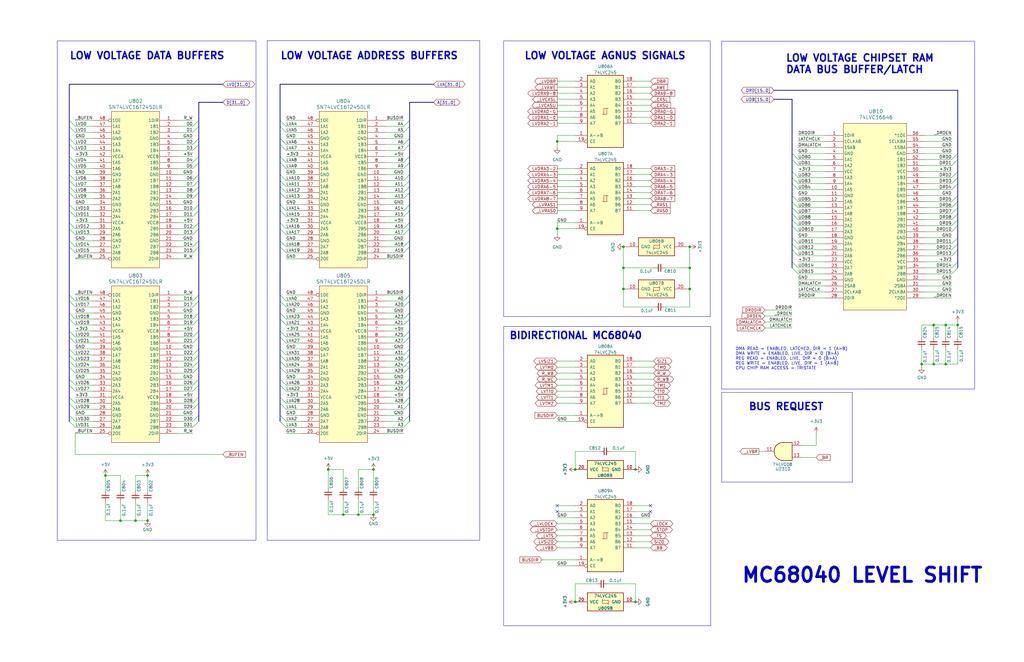
<source format=kicad_sch>
(kicad_sch (version 20231120) (generator "eeschema") (generator_version "8.0")
  (paper "B")
  (title_block (title "AMIGA PCI") (date "2025-06-29") (rev "6.0"))
  (junction (at 262.89 113.03))
  (junction (at 57.15 219.71))
  (junction (at 267.97 198.12))
  (junction (at 403.86 137.16))
  (junction (at 234.95 96.52))
  (junction (at 50.8 219.71))
  (junction (at 290.83 121.92))
  (junction (at 290.83 104.14))
  (junction (at 234.95 59.69))
  (junction (at 62.23 200.66))
  (junction (at 262.89 104.14))
  (junction (at 138.43 198.12))
  (junction (at 44.45 200.66))
  (junction (at 290.83 113.03))
  (junction (at 262.89 121.92))
  (junction (at 151.13 217.17))
  (junction (at 398.78 137.16))
  (junction (at 393.7 137.16))
  (junction (at 242.57 198.12))
  (junction (at 157.48 217.17))
  (junction (at 144.78 217.17))
  (junction (at 388.62 153.67))
  (junction (at 267.97 254))
  (junction (at 393.7 153.67))
  (junction (at 157.48 198.12))
  (junction (at 62.23 219.71))
  (junction (at 242.57 254))
  (junction (at 398.78 153.67))
  (no_connect (at 274.32 213.36))
  (no_connect (at 234.95 215.9))
  (no_connect (at 274.32 215.9))
  (no_connect (at 234.95 213.36))
  (bus_entry (at 120.65 129.54) (size -2.54 -2.54))
  (bus_entry (at 31.75 180.34) (size -2.54 -2.54))
  (bus_entry (at 401.32 67.31) (size 2.54 -2.54))
  (bus_entry (at 120.65 137.16) (size -2.54 -2.54))
  (bus_entry (at 81.28 60.96) (size 2.54 -2.54))
  (bus_entry (at 401.32 95.25) (size 2.54 -2.54))
  (bus_entry (at 120.65 99.06) (size -2.54 -2.54))
  (bus_entry (at 120.65 96.52) (size -2.54 -2.54))
  (bus_entry (at 81.28 88.9) (size 2.54 -2.54))
  (bus_entry (at 336.55 69.85) (size -2.54 -2.54))
  (bus_entry (at 336.55 80.01) (size -2.54 -2.54))
  (bus_entry (at 31.75 55.88) (size -2.54 -2.54))
  (bus_entry (at 31.75 91.44) (size -2.54 -2.54))
  (bus_entry (at 120.65 76.2) (size -2.54 -2.54))
  (bus_entry (at 336.55 97.79) (size -2.54 -2.54))
  (bus_entry (at 170.18 96.52) (size 2.54 -2.54))
  (bus_entry (at 336.55 102.87) (size -2.54 -2.54))
  (bus_entry (at 31.75 177.8) (size -2.54 -2.54))
  (bus_entry (at 31.75 96.52) (size -2.54 -2.54))
  (bus_entry (at 81.28 91.44) (size 2.54 -2.54))
  (bus_entry (at 170.18 55.88) (size 2.54 -2.54))
  (bus_entry (at 81.28 76.2) (size 2.54 -2.54))
  (bus_entry (at 81.28 165.1) (size 2.54 -2.54))
  (bus_entry (at 170.18 170.18) (size 2.54 -2.54))
  (bus_entry (at 31.75 149.86) (size -2.54 -2.54))
  (bus_entry (at 170.18 63.5) (size 2.54 -2.54))
  (bus_entry (at 81.28 83.82) (size 2.54 -2.54))
  (bus_entry (at 31.75 162.56) (size -2.54 -2.54))
  (bus_entry (at 31.75 99.06) (size -2.54 -2.54))
  (bus_entry (at 31.75 127) (size -2.54 -2.54))
  (bus_entry (at 401.32 102.87) (size 2.54 -2.54))
  (bus_entry (at 401.32 77.47) (size 2.54 -2.54))
  (bus_entry (at 170.18 88.9) (size 2.54 -2.54))
  (bus_entry (at 31.75 157.48) (size -2.54 -2.54))
  (bus_entry (at 81.28 104.14) (size 2.54 -2.54))
  (bus_entry (at 120.65 63.5) (size -2.54 -2.54))
  (bus_entry (at 170.18 106.68) (size 2.54 -2.54))
  (bus_entry (at 81.28 172.72) (size 2.54 -2.54))
  (bus_entry (at 81.28 170.18) (size 2.54 -2.54))
  (bus_entry (at 401.32 92.71) (size 2.54 -2.54))
  (bus_entry (at 81.28 71.12) (size 2.54 -2.54))
  (bus_entry (at 336.55 113.03) (size -2.54 -2.54))
  (bus_entry (at 120.65 157.48) (size -2.54 -2.54))
  (bus_entry (at 31.75 76.2) (size -2.54 -2.54))
  (bus_entry (at 81.28 53.34) (size 2.54 -2.54))
  (bus_entry (at 81.28 154.94) (size 2.54 -2.54))
  (bus_entry (at 81.28 127) (size 2.54 -2.54))
  (bus_entry (at 120.65 170.18) (size -2.54 -2.54))
  (bus_entry (at 401.32 90.17) (size 2.54 -2.54))
  (bus_entry (at 120.65 152.4) (size -2.54 -2.54))
  (bus_entry (at 31.75 104.14) (size -2.54 -2.54))
  (bus_entry (at 170.18 127) (size 2.54 -2.54))
  (bus_entry (at 401.32 115.57) (size 2.54 -2.54))
  (bus_entry (at 31.75 144.78) (size -2.54 -2.54))
  (bus_entry (at 170.18 76.2) (size 2.54 -2.54))
  (bus_entry (at 81.28 162.56) (size 2.54 -2.54))
  (bus_entry (at 31.75 134.62) (size -2.54 -2.54))
  (bus_entry (at 336.55 115.57) (size -2.54 -2.54))
  (bus_entry (at 401.32 87.63) (size 2.54 -2.54))
  (bus_entry (at 401.32 85.09) (size 2.54 -2.54))
  (bus_entry (at 401.32 74.93) (size 2.54 -2.54))
  (bus_entry (at 170.18 165.1) (size 2.54 -2.54))
  (bus_entry (at 120.65 127) (size -2.54 -2.54))
  (bus_entry (at 81.28 96.52) (size 2.54 -2.54))
  (bus_entry (at 120.65 60.96) (size -2.54 -2.54))
  (bus_entry (at 120.65 142.24) (size -2.54 -2.54))
  (bus_entry (at 336.55 92.71) (size -2.54 -2.54))
  (bus_entry (at 120.65 180.34) (size -2.54 -2.54))
  (bus_entry (at 81.28 180.34) (size 2.54 -2.54))
  (bus_entry (at 31.75 81.28) (size -2.54 -2.54))
  (bus_entry (at 120.65 134.62) (size -2.54 -2.54))
  (bus_entry (at 81.28 137.16) (size 2.54 -2.54))
  (bus_entry (at 31.75 106.68) (size -2.54 -2.54))
  (bus_entry (at 31.75 165.1) (size -2.54 -2.54))
  (bus_entry (at 170.18 157.48) (size 2.54 -2.54))
  (bus_entry (at 120.65 78.74) (size -2.54 -2.54))
  (bus_entry (at 401.32 105.41) (size 2.54 -2.54))
  (bus_entry (at 81.28 99.06) (size 2.54 -2.54))
  (bus_entry (at 170.18 137.16) (size 2.54 -2.54))
  (bus_entry (at 31.75 129.54) (size -2.54 -2.54))
  (bus_entry (at 120.65 165.1) (size -2.54 -2.54))
  (bus_entry (at 31.75 154.94) (size -2.54 -2.54))
  (bus_entry (at 336.55 77.47) (size -2.54 -2.54))
  (bus_entry (at 401.32 107.95) (size 2.54 -2.54))
  (bus_entry (at 170.18 152.4) (size 2.54 -2.54))
  (bus_entry (at 170.18 144.78) (size 2.54 -2.54))
  (bus_entry (at 120.65 81.28) (size -2.54 -2.54))
  (bus_entry (at 120.65 83.82) (size -2.54 -2.54))
  (bus_entry (at 120.65 172.72) (size -2.54 -2.54))
  (bus_entry (at 120.65 68.58) (size -2.54 -2.54))
  (bus_entry (at 170.18 142.24) (size 2.54 -2.54))
  (bus_entry (at 170.18 53.34) (size 2.54 -2.54))
  (bus_entry (at 336.55 74.93) (size -2.54 -2.54))
  (bus_entry (at 120.65 149.86) (size -2.54 -2.54))
  (bus_entry (at 120.65 53.34) (size -2.54 -2.54))
  (bus_entry (at 81.28 142.24) (size 2.54 -2.54))
  (bus_entry (at 170.18 149.86) (size 2.54 -2.54))
  (bus_entry (at 120.65 154.94) (size -2.54 -2.54))
  (bus_entry (at 31.75 78.74) (size -2.54 -2.54))
  (bus_entry (at 401.32 69.85) (size 2.54 -2.54))
  (bus_entry (at 31.75 83.82) (size -2.54 -2.54))
  (bus_entry (at 170.18 172.72) (size 2.54 -2.54))
  (bus_entry (at 31.75 172.72) (size -2.54 -2.54))
  (bus_entry (at 31.75 63.5) (size -2.54 -2.54))
  (bus_entry (at 81.28 177.8) (size 2.54 -2.54))
  (bus_entry (at 170.18 180.34) (size 2.54 -2.54))
  (bus_entry (at 170.18 162.56) (size 2.54 -2.54))
  (bus_entry (at 170.18 81.28) (size 2.54 -2.54))
  (bus_entry (at 120.65 71.12) (size -2.54 -2.54))
  (bus_entry (at 170.18 68.58) (size 2.54 -2.54))
  (bus_entry (at 170.18 71.12) (size 2.54 -2.54))
  (bus_entry (at 336.55 107.95) (size -2.54 -2.54))
  (bus_entry (at 81.28 129.54) (size 2.54 -2.54))
  (bus_entry (at 81.28 157.48) (size 2.54 -2.54))
  (bus_entry (at 31.75 142.24) (size -2.54 -2.54))
  (bus_entry (at 81.28 55.88) (size 2.54 -2.54))
  (bus_entry (at 31.75 53.34) (size -2.54 -2.54))
  (bus_entry (at 336.55 105.41) (size -2.54 -2.54))
  (bus_entry (at 81.28 81.28) (size 2.54 -2.54))
  (bus_entry (at 401.32 80.01) (size 2.54 -2.54))
  (bus_entry (at 170.18 129.54) (size 2.54 -2.54))
  (bus_entry (at 120.65 91.44) (size -2.54 -2.54))
  (bus_entry (at 31.75 170.18) (size -2.54 -2.54))
  (bus_entry (at 120.65 162.56) (size -2.54 -2.54))
  (bus_entry (at 170.18 99.06) (size 2.54 -2.54))
  (bus_entry (at 31.75 60.96) (size -2.54 -2.54))
  (bus_entry (at 170.18 60.96) (size 2.54 -2.54))
  (bus_entry (at 81.28 63.5) (size 2.54 -2.54))
  (bus_entry (at 336.55 95.25) (size -2.54 -2.54))
  (bus_entry (at 336.55 87.63) (size -2.54 -2.54))
  (bus_entry (at 170.18 134.62) (size 2.54 -2.54))
  (bus_entry (at 120.65 177.8) (size -2.54 -2.54))
  (bus_entry (at 170.18 91.44) (size 2.54 -2.54))
  (bus_entry (at 170.18 78.74) (size 2.54 -2.54))
  (bus_entry (at 81.28 106.68) (size 2.54 -2.54))
  (bus_entry (at 120.65 144.78) (size -2.54 -2.54))
  (bus_entry (at 120.65 104.14) (size -2.54 -2.54))
  (bus_entry (at 31.75 88.9) (size -2.54 -2.54))
  (bus_entry (at 31.75 71.12) (size -2.54 -2.54))
  (bus_entry (at 120.65 88.9) (size -2.54 -2.54))
  (bus_entry (at 120.65 55.88) (size -2.54 -2.54))
  (bus_entry (at 336.55 85.09) (size -2.54 -2.54))
  (bus_entry (at 31.75 152.4) (size -2.54 -2.54))
  (bus_entry (at 31.75 137.16) (size -2.54 -2.54))
  (bus_entry (at 81.28 144.78) (size 2.54 -2.54))
  (bus_entry (at 81.28 68.58) (size 2.54 -2.54))
  (bus_entry (at 336.55 67.31) (size -2.54 -2.54))
  (bus_entry (at 81.28 78.74) (size 2.54 -2.54))
  (bus_entry (at 81.28 152.4) (size 2.54 -2.54))
  (bus_entry (at 170.18 177.8) (size 2.54 -2.54))
  (bus_entry (at 81.28 134.62) (size 2.54 -2.54))
  (bus_entry (at 170.18 154.94) (size 2.54 -2.54))
  (bus_entry (at 401.32 97.79) (size 2.54 -2.54))
  (bus_entry (at 31.75 68.58) (size -2.54 -2.54))
  (bus_entry (at 336.55 90.17) (size -2.54 -2.54))
  (bus_entry (at 120.65 106.68) (size -2.54 -2.54))
  (bus_entry (at 170.18 104.14) (size 2.54 -2.54))
  (bus_entry (at 401.32 113.03) (size 2.54 -2.54))
  (bus_entry (at 81.28 149.86) (size 2.54 -2.54))
  (bus_entry (at 170.18 83.82) (size 2.54 -2.54))
  (wire (pts (xy 170.18 144.78) (xy 162.56 144.78)))
  (wire (pts (xy 127 167.64) (xy 120.65 167.64)))
  (wire (pts (xy 274.32 34.29) (xy 267.97 34.29)))
  (bus (pts (xy 403.86 100.33) (xy 403.86 95.25)))
  (wire (pts (xy 39.37 147.32) (xy 31.75 147.32)))
  (bus (pts (xy 326.39 41.91) (xy 334.01 41.91)))
  (wire (pts (xy 393.7 137.16) (xy 398.78 137.16)))
  (wire (pts (xy 274.32 215.9) (xy 267.97 215.9)))
  (wire (pts (xy 144.78 198.12) (xy 144.78 205.74)))
  (bus (pts (xy 83.82 68.58) (xy 83.82 66.04)))
  (bus (pts (xy 83.82 154.94) (xy 83.82 152.4)))
  (bus (pts (xy 334.01 64.77) (xy 334.01 41.91)))
  (wire (pts (xy 127 83.82) (xy 120.65 83.82)))
  (wire (pts (xy 290.83 121.92) (xy 289.56 121.92)))
  (wire (pts (xy 39.37 91.44) (xy 31.75 91.44)))
  (wire (pts (xy 389.89 90.17) (xy 401.32 90.17)))
  (wire (pts (xy 242.57 71.12) (xy 234.95 71.12)))
  (wire (pts (xy 81.28 177.8) (xy 74.93 177.8)))
  (wire (pts (xy 127 137.16) (xy 120.65 137.16)))
  (wire (pts (xy 388.62 153.67) (xy 388.62 154.94)))
  (bus (pts (xy 403.86 102.87) (xy 403.86 100.33)))
  (bus (pts (xy 83.82 177.8) (xy 83.82 175.26)))
  (wire (pts (xy 127 127) (xy 120.65 127)))
  (wire (pts (xy 162.56 86.36) (xy 170.18 86.36)))
  (wire (pts (xy 127 124.46) (xy 120.65 124.46)))
  (bus (pts (xy 118.11 134.62) (xy 118.11 139.7)))
  (wire (pts (xy 170.18 137.16) (xy 162.56 137.16)))
  (wire (pts (xy 151.13 210.82) (xy 151.13 217.17)))
  (wire (pts (xy 389.89 118.11) (xy 401.32 118.11)))
  (wire (pts (xy 234.95 223.52) (xy 242.57 223.52)))
  (bus (pts (xy 334.01 85.09) (xy 334.01 82.55)))
  (wire (pts (xy 127 144.78) (xy 120.65 144.78)))
  (wire (pts (xy 389.89 72.39) (xy 401.32 72.39)))
  (bus (pts (xy 172.72 78.74) (xy 172.72 76.2)))
  (bus (pts (xy 83.82 81.28) (xy 83.82 78.74)))
  (wire (pts (xy 170.18 60.96) (xy 162.56 60.96)))
  (wire (pts (xy 170.18 63.5) (xy 162.56 63.5)))
  (wire (pts (xy 347.98 69.85) (xy 336.55 69.85)))
  (wire (pts (xy 127 101.6) (xy 120.65 101.6)))
  (bus (pts (xy 172.72 134.62) (xy 172.72 132.08)))
  (wire (pts (xy 138.43 205.74) (xy 138.43 198.12)))
  (bus (pts (xy 29.21 142.24) (xy 29.21 139.7)))
  (bus (pts (xy 83.82 162.56) (xy 83.82 160.02)))
  (wire (pts (xy 81.28 68.58) (xy 74.93 68.58)))
  (wire (pts (xy 389.89 62.23) (xy 401.32 62.23)))
  (wire (pts (xy 162.56 66.04) (xy 170.18 66.04)))
  (wire (pts (xy 127 60.96) (xy 120.65 60.96)))
  (bus (pts (xy 29.21 53.34) (xy 29.21 50.8)))
  (wire (pts (xy 81.28 109.22) (xy 74.93 109.22)))
  (wire (pts (xy 389.89 120.65) (xy 401.32 120.65)))
  (wire (pts (xy 39.37 99.06) (xy 31.75 99.06)))
  (wire (pts (xy 138.43 217.17) (xy 138.43 210.82)))
  (wire (pts (xy 347.98 97.79) (xy 336.55 97.79)))
  (bus (pts (xy 29.21 170.18) (xy 29.21 167.64)))
  (wire (pts (xy 127 104.14) (xy 120.65 104.14)))
  (wire (pts (xy 57.15 200.66) (xy 62.23 200.66)))
  (wire (pts (xy 81.28 91.44) (xy 74.93 91.44)))
  (wire (pts (xy 398.78 153.67) (xy 403.86 153.67)))
  (wire (pts (xy 170.18 99.06) (xy 162.56 99.06)))
  (wire (pts (xy 170.18 53.34) (xy 162.56 53.34)))
  (wire (pts (xy 74.93 66.04) (xy 81.28 66.04)))
  (bus (pts (xy 29.21 177.8) (xy 29.21 175.26)))
  (wire (pts (xy 274.32 81.28) (xy 267.97 81.28)))
  (wire (pts (xy 275.59 162.56) (xy 267.97 162.56)))
  (wire (pts (xy 127 142.24) (xy 120.65 142.24)))
  (bus (pts (xy 118.11 162.56) (xy 118.11 160.02)))
  (bus (pts (xy 403.86 67.31) (xy 403.86 64.77)))
  (bus (pts (xy 118.11 81.28) (xy 118.11 86.36)))
  (wire (pts (xy 162.56 132.08) (xy 170.18 132.08)))
  (bus (pts (xy 118.11 73.66) (xy 118.11 68.58)))
  (bus (pts (xy 29.21 88.9) (xy 29.21 86.36)))
  (wire (pts (xy 157.48 217.17) (xy 151.13 217.17)))
  (bus (pts (xy 118.11 104.14) (xy 118.11 101.6)))
  (bus (pts (xy 83.82 43.18) (xy 93.98 43.18)))
  (bus (pts (xy 334.01 100.33) (xy 334.01 95.25)))
  (wire (pts (xy 39.37 144.78) (xy 31.75 144.78)))
  (bus (pts (xy 83.82 147.32) (xy 83.82 142.24)))
  (wire (pts (xy 170.18 83.82) (xy 162.56 83.82)))
  (wire (pts (xy 347.98 72.39) (xy 336.55 72.39)))
  (wire (pts (xy 81.28 152.4) (xy 74.93 152.4)))
  (bus (pts (xy 83.82 60.96) (xy 83.82 58.42)))
  (bus (pts (xy 334.01 72.39) (xy 334.01 67.31)))
  (wire (pts (xy 403.86 147.32) (xy 403.86 153.67)))
  (wire (pts (xy 39.37 134.62) (xy 31.75 134.62)))
  (wire (pts (xy 170.18 91.44) (xy 162.56 91.44)))
  (wire (pts (xy 389.89 110.49) (xy 401.32 110.49)))
  (wire (pts (xy 81.28 170.18) (xy 74.93 170.18)))
  (bus (pts (xy 118.11 88.9) (xy 118.11 93.98)))
  (wire (pts (xy 290.83 113.03) (xy 290.83 121.92)))
  (wire (pts (xy 242.57 246.38) (xy 251.46 246.38)))
  (bus (pts (xy 334.01 67.31) (xy 334.01 64.77)))
  (wire (pts (xy 127 165.1) (xy 120.65 165.1)))
  (bus (pts (xy 118.11 35.56) (xy 182.88 35.56)))
  (wire (pts (xy 74.93 58.42) (xy 81.28 58.42)))
  (wire (pts (xy 170.18 55.88) (xy 162.56 55.88)))
  (wire (pts (xy 347.98 110.49) (xy 336.55 110.49)))
  (wire (pts (xy 127 76.2) (xy 120.65 76.2)))
  (bus (pts (xy 403.86 87.63) (xy 403.86 85.09)))
  (bus (pts (xy 403.86 74.93) (xy 403.86 72.39)))
  (wire (pts (xy 81.28 162.56) (xy 74.93 162.56)))
  (wire (pts (xy 242.57 88.9) (xy 234.95 88.9)))
  (bus (pts (xy 83.82 170.18) (xy 83.82 167.64)))
  (bus (pts (xy 403.86 77.47) (xy 403.86 74.93)))
  (wire (pts (xy 127 96.52) (xy 120.65 96.52)))
  (wire (pts (xy 81.28 88.9) (xy 74.93 88.9)))
  (bus (pts (xy 118.11 60.96) (xy 118.11 66.04)))
  (wire (pts (xy 39.37 101.6) (xy 31.75 101.6)))
  (bus (pts (xy 118.11 60.96) (xy 118.11 58.42)))
  (wire (pts (xy 170.18 172.72) (xy 162.56 172.72)))
  (bus (pts (xy 29.21 88.9) (xy 29.21 93.98)))
  (wire (pts (xy 39.37 137.16) (xy 31.75 137.16)))
  (wire (pts (xy 81.28 96.52) (xy 74.93 96.52)))
  (bus (pts (xy 172.72 142.24) (xy 172.72 139.7)))
  (wire (pts (xy 275.59 129.54) (xy 262.89 129.54)))
  (bus (pts (xy 83.82 50.8) (xy 83.82 43.18)))
  (bus (pts (xy 403.86 64.77) (xy 403.86 38.1)))
  (wire (pts (xy 274.32 88.9) (xy 267.97 88.9)))
  (wire (pts (xy 39.37 175.26) (xy 31.75 175.26)))
  (wire (pts (xy 242.57 190.5) (xy 252.73 190.5)))
  (wire (pts (xy 388.62 147.32) (xy 388.62 153.67)))
  (wire (pts (xy 39.37 78.74) (xy 31.75 78.74)))
  (wire (pts (xy 127 88.9) (xy 120.65 88.9)))
  (wire (pts (xy 39.37 81.28) (xy 31.75 81.28)))
  (wire (pts (xy 234.95 228.6) (xy 242.57 228.6)))
  (wire (pts (xy 344.17 187.96) (xy 344.17 182.88)))
  (wire (pts (xy 81.28 134.62) (xy 74.93 134.62)))
  (wire (pts (xy 81.28 142.24) (xy 74.93 142.24)))
  (wire (pts (xy 267.97 83.82) (xy 274.32 83.82)))
  (wire (pts (xy 170.18 71.12) (xy 162.56 71.12)))
  (wire (pts (xy 274.32 41.91) (xy 267.97 41.91)))
  (bus (pts (xy 172.72 124.46) (xy 172.72 104.14)))
  (bus (pts (xy 29.21 60.96) (xy 29.21 66.04)))
  (bus (pts (xy 334.01 77.47) (xy 334.01 74.93)))
  (bus (pts (xy 29.21 162.56) (xy 29.21 167.64)))
  (wire (pts (xy 74.93 182.88) (xy 81.28 182.88)))
  (wire (pts (xy 81.28 172.72) (xy 74.93 172.72)))
  (wire (pts (xy 257.81 190.5) (xy 267.97 190.5)))
  (bus (pts (xy 172.72 53.34) (xy 172.72 50.8)))
  (bus (pts (xy 172.72 76.2) (xy 172.72 73.66)))
  (wire (pts (xy 389.89 100.33) (xy 401.32 100.33)))
  (wire (pts (xy 127 55.88) (xy 120.65 55.88)))
  (wire (pts (xy 39.37 96.52) (xy 31.75 96.52)))
  (wire (pts (xy 274.32 44.45) (xy 267.97 44.45)))
  (bus (pts (xy 29.21 127) (xy 29.21 124.46)))
  (wire (pts (xy 151.13 198.12) (xy 157.48 198.12)))
  (wire (pts (xy 262.89 104.14) (xy 262.89 113.03)))
  (wire (pts (xy 170.18 106.68) (xy 162.56 106.68)))
  (wire (pts (xy 267.97 198.12) (xy 267.97 190.5)))
  (bus (pts (xy 172.72 43.18) (xy 182.88 43.18)))
  (wire (pts (xy 267.97 39.37) (xy 274.32 39.37)))
  (bus (pts (xy 172.72 58.42) (xy 172.72 53.34)))
  (wire (pts (xy 262.89 113.03) (xy 262.89 121.92)))
  (wire (pts (xy 389.89 113.03) (xy 401.32 113.03)))
  (bus (pts (xy 403.86 85.09) (xy 403.86 82.55)))
  (bus (pts (xy 29.21 96.52) (xy 29.21 93.98)))
  (wire (pts (xy 81.28 60.96) (xy 74.93 60.96)))
  (bus (pts (xy 172.72 149.86) (xy 172.72 147.32)))
  (wire (pts (xy 74.93 50.8) (xy 81.28 50.8)))
  (bus (pts (xy 118.11 50.8) (xy 118.11 35.56)))
  (wire (pts (xy 81.28 144.78) (xy 74.93 144.78)))
  (wire (pts (xy 127 182.88) (xy 120.65 182.88)))
  (wire (pts (xy 57.15 212.09) (xy 57.15 219.71)))
  (wire (pts (xy 39.37 93.98) (xy 31.75 93.98)))
  (bus (pts (xy 172.72 127) (xy 172.72 124.46)))
  (wire (pts (xy 39.37 157.48) (xy 31.75 157.48)))
  (bus (pts (xy 83.82 73.66) (xy 83.82 68.58)))
  (wire (pts (xy 242.57 59.69) (xy 234.95 59.69)))
  (bus (pts (xy 83.82 66.04) (xy 83.82 60.96)))
  (wire (pts (xy 157.48 205.74) (xy 157.48 198.12)))
  (bus (pts (xy 29.21 81.28) (xy 29.21 78.74)))
  (wire (pts (xy 127 154.94) (xy 120.65 154.94)))
  (wire (pts (xy 74.93 167.64) (xy 81.28 167.64)))
  (wire (pts (xy 127 63.5) (xy 120.65 63.5)))
  (wire (pts (xy 81.28 99.06) (xy 74.93 99.06)))
  (bus (pts (xy 172.72 132.08) (xy 172.72 127)))
  (wire (pts (xy 242.57 93.98) (xy 234.95 93.98)))
  (wire (pts (xy 74.93 147.32) (xy 81.28 147.32)))
  (bus (pts (xy 118.11 88.9) (xy 118.11 86.36)))
  (wire (pts (xy 127 175.26) (xy 120.65 175.26)))
  (wire (pts (xy 74.93 124.46) (xy 81.28 124.46)))
  (wire (pts (xy 170.18 127) (xy 162.56 127)))
  (wire (pts (xy 234.95 83.82) (xy 242.57 83.82)))
  (bus (pts (xy 334.01 92.71) (xy 334.01 90.17)))
  (wire (pts (xy 170.18 81.28) (xy 162.56 81.28)))
  (wire (pts (xy 389.89 87.63) (xy 401.32 87.63)))
  (wire (pts (xy 39.37 124.46) (xy 31.75 124.46)))
  (wire (pts (xy 39.37 68.58) (xy 31.75 68.58)))
  (bus (pts (xy 29.21 81.28) (xy 29.21 86.36)))
  (wire (pts (xy 50.8 212.09) (xy 50.8 219.71)))
  (wire (pts (xy 234.95 59.69) (xy 234.95 62.23)))
  (wire (pts (xy 234.95 96.52) (xy 234.95 99.06)))
  (wire (pts (xy 234.95 215.9) (xy 242.57 215.9)))
  (wire (pts (xy 389.89 102.87) (xy 401.32 102.87)))
  (wire (pts (xy 389.89 59.69) (xy 401.32 59.69)))
  (wire (pts (xy 234.95 165.1) (xy 242.57 165.1)))
  (bus (pts (xy 172.72 96.52) (xy 172.72 93.98)))
  (bus (pts (xy 29.21 104.14) (xy 29.21 101.6)))
  (wire (pts (xy 127 93.98) (xy 120.65 93.98)))
  (wire (pts (xy 274.32 73.66) (xy 267.97 73.66)))
  (bus (pts (xy 118.11 162.56) (xy 118.11 167.64)))
  (bus (pts (xy 172.72 101.6) (xy 172.72 96.52)))
  (bus (pts (xy 172.72 104.14) (xy 172.72 101.6)))
  (bus (pts (xy 172.72 167.64) (xy 172.72 162.56)))
  (wire (pts (xy 127 180.34) (xy 120.65 180.34)))
  (bus (pts (xy 172.72 139.7) (xy 172.72 134.62)))
  (wire (pts (xy 334.01 133.35) (xy 322.58 133.35)))
  (wire (pts (xy 347.98 113.03) (xy 336.55 113.03)))
  (wire (pts (xy 39.37 167.64) (xy 31.75 167.64)))
  (wire (pts (xy 274.32 71.12) (xy 267.97 71.12)))
  (wire (pts (xy 242.57 34.29) (xy 234.95 34.29)))
  (wire (pts (xy 127 149.86) (xy 120.65 149.86)))
  (wire (pts (xy 127 86.36) (xy 120.65 86.36)))
  (wire (pts (xy 242.57 44.45) (xy 234.95 44.45)))
  (bus (pts (xy 83.82 86.36) (xy 83.82 81.28)))
  (bus (pts (xy 83.82 127) (xy 83.82 124.46)))
  (wire (pts (xy 39.37 149.86) (xy 31.75 149.86)))
  (bus (pts (xy 29.21 68.58) (xy 29.21 66.04)))
  (bus (pts (xy 118.11 134.62) (xy 118.11 132.08)))
  (wire (pts (xy 162.56 139.7) (xy 170.18 139.7)))
  (wire (pts (xy 242.57 154.94) (xy 234.95 154.94)))
  (bus (pts (xy 118.11 154.94) (xy 118.11 152.4)))
  (wire (pts (xy 162.56 167.64) (xy 170.18 167.64)))
  (wire (pts (xy 170.18 157.48) (xy 162.56 157.48)))
  (wire (pts (xy 127 129.54) (xy 120.65 129.54)))
  (bus (pts (xy 172.72 68.58) (xy 172.72 66.04)))
  (wire (pts (xy 144.78 217.17) (xy 138.43 217.17)))
  (wire (pts (xy 347.98 67.31) (xy 336.55 67.31)))
  (bus (pts (xy 83.82 58.42) (xy 83.82 53.34)))
  (wire (pts (xy 81.28 63.5) (xy 74.93 63.5)))
  (wire (pts (xy 347.98 62.23) (xy 336.55 62.23)))
  (wire (pts (xy 393.7 147.32) (xy 393.7 153.67)))
  (bus (pts (xy 83.82 142.24) (xy 83.82 139.7)))
  (wire (pts (xy 81.28 104.14) (xy 74.93 104.14)))
  (bus (pts (xy 118.11 124.46) (xy 118.11 104.14)))
  (wire (pts (xy 39.37 83.82) (xy 31.75 83.82)))
  (wire (pts (xy 347.98 64.77) (xy 336.55 64.77)))
  (bus (pts (xy 83.82 76.2) (xy 83.82 73.66)))
  (wire (pts (xy 39.37 152.4) (xy 31.75 152.4)))
  (bus (pts (xy 29.21 154.94) (xy 29.21 160.02)))
  (wire (pts (xy 347.98 120.65) (xy 336.55 120.65)))
  (bus (pts (xy 83.82 175.26) (xy 83.82 170.18)))
  (wire (pts (xy 347.98 125.73) (xy 336.55 125.73)))
  (wire (pts (xy 274.32 213.36) (xy 267.97 213.36)))
  (wire (pts (xy 170.18 76.2) (xy 162.56 76.2)))
  (wire (pts (xy 170.18 104.14) (xy 162.56 104.14)))
  (wire (pts (xy 62.23 207.01) (xy 62.23 200.66)))
  (wire (pts (xy 389.89 115.57) (xy 401.32 115.57)))
  (wire (pts (xy 337.82 193.04) (xy 344.17 193.04)))
  (bus (pts (xy 172.72 170.18) (xy 172.72 167.64)))
  (wire (pts (xy 290.83 113.03) (xy 280.67 113.03)))
  (wire (pts (xy 267.97 46.99) (xy 274.32 46.99)))
  (wire (pts (xy 127 160.02) (xy 120.65 160.02)))
  (wire (pts (xy 39.37 55.88) (xy 31.75 55.88)))
  (wire (pts (xy 81.28 53.34) (xy 74.93 53.34)))
  (wire (pts (xy 242.57 162.56) (xy 234.95 162.56)))
  (wire (pts (xy 347.98 95.25) (xy 336.55 95.25)))
  (wire (pts (xy 228.6 236.22) (xy 242.57 236.22)))
  (wire (pts (xy 157.48 217.17) (xy 157.48 210.82)))
  (wire (pts (xy 39.37 86.36) (xy 31.75 86.36)))
  (bus (pts (xy 29.21 147.32) (xy 29.21 142.24)))
  (wire (pts (xy 267.97 254) (xy 267.97 246.38)))
  (wire (pts (xy 39.37 165.1) (xy 31.75 165.1)))
  (wire (pts (xy 274.32 223.52) (xy 267.97 223.52)))
  (wire (pts (xy 81.28 127) (xy 74.93 127)))
  (bus (pts (xy 403.86 92.71) (xy 403.86 90.17)))
  (wire (pts (xy 234.95 220.98) (xy 242.57 220.98)))
  (bus (pts (xy 403.86 90.17) (xy 403.86 87.63)))
  (wire (pts (xy 39.37 160.02) (xy 31.75 160.02)))
  (bus (pts (xy 403.86 82.55) (xy 403.86 77.47)))
  (bus (pts (xy 334.01 90.17) (xy 334.01 87.63)))
  (bus (pts (xy 172.72 93.98) (xy 172.72 88.9)))
  (wire (pts (xy 334.01 130.81) (xy 322.58 130.81)))
  (wire (pts (xy 389.89 64.77) (xy 401.32 64.77)))
  (bus (pts (xy 403.86 72.39) (xy 403.86 67.31)))
  (bus (pts (xy 334.01 105.41) (xy 334.01 102.87)))
  (wire (pts (xy 127 152.4) (xy 120.65 152.4)))
  (wire (pts (xy 398.78 137.16) (xy 403.86 137.16)))
  (wire (pts (xy 127 177.8) (xy 120.65 177.8)))
  (wire (pts (xy 39.37 104.14) (xy 31.75 104.14)))
  (wire (pts (xy 347.98 77.47) (xy 336.55 77.47)))
  (wire (pts (xy 162.56 147.32) (xy 170.18 147.32)))
  (bus (pts (xy 118.11 96.52) (xy 118.11 93.98)))
  (bus (pts (xy 83.82 96.52) (xy 83.82 93.98)))
  (wire (pts (xy 264.16 121.92) (xy 262.89 121.92)))
  (wire (pts (xy 162.56 109.22) (xy 170.18 109.22)))
  (bus (pts (xy 29.21 35.56) (xy 93.98 35.56)))
  (wire (pts (xy 170.18 88.9) (xy 162.56 88.9)))
  (wire (pts (xy 81.28 76.2) (xy 74.93 76.2)))
  (wire (pts (xy 234.95 39.37) (xy 242.57 39.37)))
  (wire (pts (xy 162.56 175.26) (xy 170.18 175.26)))
  (wire (pts (xy 170.18 129.54) (xy 162.56 129.54)))
  (wire (pts (xy 242.57 170.18) (xy 234.95 170.18)))
  (wire (pts (xy 290.83 104.14) (xy 289.56 104.14)))
  (wire (pts (xy 322.58 135.89) (xy 334.01 135.89)))
  (wire (pts (xy 39.37 106.68) (xy 31.75 106.68)))
  (bus (pts (xy 334.01 110.49) (xy 334.01 105.41)))
  (wire (pts (xy 242.57 41.91) (xy 234.95 41.91)))
  (wire (pts (xy 242.57 177.8) (xy 234.95 177.8)))
  (bus (pts (xy 29.21 149.86) (xy 29.21 147.32)))
  (wire (pts (xy 347.98 82.55) (xy 336.55 82.55)))
  (wire (pts (xy 57.15 219.71) (xy 50.8 219.71)))
  (wire (pts (xy 242.57 167.64) (xy 234.95 167.64)))
  (wire (pts (xy 74.93 101.6) (xy 81.28 101.6)))
  (wire (pts (xy 242.57 81.28) (xy 234.95 81.28)))
  (wire (pts (xy 31.75 182.88) (xy 31.75 191.77)))
  (wire (pts (xy 39.37 71.12) (xy 31.75 71.12)))
  (wire (pts (xy 127 50.8) (xy 120.65 50.8)))
  (wire (pts (xy 144.78 210.82) (xy 144.78 217.17)))
  (wire (pts (xy 234.95 46.99) (xy 242.57 46.99)))
  (wire (pts (xy 170.18 162.56) (xy 162.56 162.56)))
  (wire (pts (xy 151.13 217.17) (xy 144.78 217.17)))
  (wire (pts (xy 170.18 134.62) (xy 162.56 134.62)))
  (bus (pts (xy 118.11 68.58) (xy 118.11 66.04)))
  (bus (pts (xy 172.72 88.9) (xy 172.72 86.36)))
  (wire (pts (xy 39.37 109.22) (xy 31.75 109.22)))
  (bus (pts (xy 118.11 127) (xy 118.11 124.46)))
  (wire (pts (xy 162.56 124.46) (xy 170.18 124.46)))
  (wire (pts (xy 274.32 36.83) (xy 267.97 36.83)))
  (wire (pts (xy 127 99.06) (xy 120.65 99.06)))
  (bus (pts (xy 334.01 95.25) (xy 334.01 92.71)))
  (bus (pts (xy 403.86 105.41) (xy 403.86 102.87)))
  (bus (pts (xy 118.11 149.86) (xy 118.11 147.32)))
  (wire (pts (xy 151.13 198.12) (xy 151.13 205.74)))
  (wire (pts (xy 389.89 107.95) (xy 401.32 107.95)))
  (wire (pts (xy 267.97 76.2) (xy 274.32 76.2)))
  (wire (pts (xy 347.98 102.87) (xy 336.55 102.87)))
  (wire (pts (xy 127 68.58) (xy 120.65 68.58)))
  (wire (pts (xy 388.62 137.16) (xy 388.62 142.24)))
  (bus (pts (xy 172.72 147.32) (xy 172.72 142.24)))
  (wire (pts (xy 127 134.62) (xy 120.65 134.62)))
  (bus (pts (xy 83.82 53.34) (xy 83.82 50.8)))
  (bus (pts (xy 83.82 101.6) (xy 83.82 96.52)))
  (wire (pts (xy 127 132.08) (xy 120.65 132.08)))
  (wire (pts (xy 74.93 73.66) (xy 81.28 73.66)))
  (wire (pts (xy 74.93 93.98) (xy 81.28 93.98)))
  (bus (pts (xy 334.01 82.55) (xy 334.01 77.47)))
  (wire (pts (xy 44.45 200.66) (xy 50.8 200.66)))
  (wire (pts (xy 74.93 160.02) (xy 81.28 160.02)))
  (bus (pts (xy 172.72 73.66) (xy 172.72 68.58)))
  (wire (pts (xy 162.56 160.02) (xy 170.18 160.02)))
  (wire (pts (xy 39.37 88.9) (xy 31.75 88.9)))
  (wire (pts (xy 39.37 58.42) (xy 31.75 58.42)))
  (wire (pts (xy 347.98 87.63) (xy 336.55 87.63)))
  (bus (pts (xy 29.21 78.74) (xy 29.21 76.2)))
  (wire (pts (xy 242.57 73.66) (xy 234.95 73.66)))
  (wire (pts (xy 275.59 154.94) (xy 267.97 154.94)))
  (wire (pts (xy 242.57 49.53) (xy 234.95 49.53)))
  (wire (pts (xy 62.23 219.71) (xy 62.23 212.09)))
  (wire (pts (xy 39.37 139.7) (xy 31.75 139.7)))
  (bus (pts (xy 83.82 78.74) (xy 83.82 76.2)))
  (wire (pts (xy 81.28 55.88) (xy 74.93 55.88)))
  (wire (pts (xy 267.97 218.44) (xy 274.32 218.44)))
  (wire (pts (xy 242.57 226.06) (xy 234.95 226.06)))
  (wire (pts (xy 170.18 78.74) (xy 162.56 78.74)))
  (wire (pts (xy 275.59 170.18) (xy 267.97 170.18)))
  (wire (pts (xy 274.32 231.14) (xy 267.97 231.14)))
  (wire (pts (xy 242.57 36.83) (xy 234.95 36.83)))
  (bus (pts (xy 29.21 76.2) (xy 29.21 73.66)))
  (wire (pts (xy 389.89 105.41) (xy 401.32 105.41)))
  (wire (pts (xy 127 91.44) (xy 120.65 91.44)))
  (wire (pts (xy 170.18 68.58) (xy 162.56 68.58)))
  (bus (pts (xy 118.11 177.8) (xy 118.11 175.26)))
  (wire (pts (xy 256.54 246.38) (xy 267.97 246.38)))
  (wire (pts (xy 347.98 74.93) (xy 336.55 74.93)))
  (wire (pts (xy 290.83 121.92) (xy 290.83 129.54)))
  (wire (pts (xy 81.28 165.1) (xy 74.93 165.1)))
  (wire (pts (xy 127 162.56) (xy 120.65 162.56)))
  (bus (pts (xy 118.11 53.34) (xy 118.11 58.42)))
  (wire (pts (xy 39.37 170.18) (xy 31.75 170.18)))
  (bus (pts (xy 172.72 50.8) (xy 172.72 43.18)))
  (wire (pts (xy 81.28 154.94) (xy 74.93 154.94)))
  (wire (pts (xy 322.58 138.43) (xy 334.01 138.43)))
  (wire (pts (xy 262.89 121.92) (xy 262.89 129.54)))
  (wire (pts (xy 50.8 219.71) (xy 44.45 219.71)))
  (wire (pts (xy 39.37 63.5) (xy 31.75 63.5)))
  (bus (pts (xy 118.11 127) (xy 118.11 132.08)))
  (bus (pts (xy 172.72 160.02) (xy 172.72 154.94)))
  (wire (pts (xy 127 66.04) (xy 120.65 66.04)))
  (wire (pts (xy 242.57 152.4) (xy 234.95 152.4)))
  (bus (pts (xy 172.72 86.36) (xy 172.72 81.28)))
  (bus (pts (xy 29.21 170.18) (xy 29.21 175.26)))
  (bus (pts (xy 29.21 162.56) (xy 29.21 160.02)))
  (bus (pts (xy 29.21 154.94) (xy 29.21 152.4)))
  (wire (pts (xy 39.37 177.8) (xy 31.75 177.8)))
  (wire (pts (xy 81.28 157.48) (xy 74.93 157.48)))
  (wire (pts (xy 393.7 153.67) (xy 398.78 153.67)))
  (wire (pts (xy 389.89 95.25) (xy 401.32 95.25)))
  (wire (pts (xy 398.78 147.32) (xy 398.78 153.67)))
  (wire (pts (xy 39.37 172.72) (xy 31.75 172.72)))
  (wire (pts (xy 39.37 162.56) (xy 31.75 162.56)))
  (bus (pts (xy 403.86 113.03) (xy 403.86 110.49)))
  (bus (pts (xy 29.21 152.4) (xy 29.21 149.86)))
  (wire (pts (xy 403.86 135.89) (xy 403.86 137.16)))
  (wire (pts (xy 39.37 154.94) (xy 31.75 154.94)))
  (wire (pts (xy 127 147.32) (xy 120.65 147.32)))
  (wire (pts (xy 127 172.72) (xy 120.65 172.72)))
  (wire (pts (xy 347.98 118.11) (xy 336.55 118.11)))
  (wire (pts (xy 127 71.12) (xy 120.65 71.12)))
  (wire (pts (xy 280.67 129.54) (xy 290.83 129.54)))
  (bus (pts (xy 334.01 113.03) (xy 334.01 110.49)))
  (wire (pts (xy 347.98 107.95) (xy 336.55 107.95)))
  (wire (pts (xy 170.18 177.8) (xy 162.56 177.8)))
  (bus (pts (xy 29.21 134.62) (xy 29.21 139.7)))
  (bus (pts (xy 334.01 74.93) (xy 334.01 72.39)))
  (wire (pts (xy 389.89 80.01) (xy 401.32 80.01)))
  (wire (pts (xy 234.95 57.15) (xy 234.95 59.69)))
  (wire (pts (xy 242.57 57.15) (xy 234.95 57.15)))
  (wire (pts (xy 81.28 129.54) (xy 74.93 129.54)))
  (wire (pts (xy 242.57 52.07) (xy 234.95 52.07)))
  (wire (pts (xy 170.18 154.94) (xy 162.56 154.94)))
  (bus (pts (xy 83.82 93.98) (xy 83.82 88.9)))
  (wire (pts (xy 389.89 92.71) (xy 401.32 92.71)))
  (wire (pts (xy 162.56 73.66) (xy 170.18 73.66)))
  (wire (pts (xy 127 157.48) (xy 120.65 157.48)))
  (wire (pts (xy 242.57 175.26) (xy 234.95 175.26)))
  (bus (pts (xy 118.11 81.28) (xy 118.11 78.74)))
  (bus (pts (xy 29.21 96.52) (xy 29.21 101.6)))
  (wire (pts (xy 274.32 228.6) (xy 267.97 228.6)))
  (bus (pts (xy 118.11 78.74) (xy 118.11 76.2)))
  (bus (pts (xy 172.72 81.28) (xy 172.72 78.74)))
  (wire (pts (xy 389.89 77.47) (xy 401.32 77.47)))
  (bus (pts (xy 83.82 134.62) (xy 83.82 132.08)))
  (wire (pts (xy 39.37 127) (xy 31.75 127)))
  (bus (pts (xy 83.82 104.14) (xy 83.82 101.6)))
  (wire (pts (xy 274.32 52.07) (xy 267.97 52.07)))
  (wire (pts (xy 39.37 142.24) (xy 31.75 142.24)))
  (wire (pts (xy 388.62 137.16) (xy 393.7 137.16)))
  (bus (pts (xy 83.82 149.86) (xy 83.82 147.32)))
  (wire (pts (xy 162.56 93.98) (xy 170.18 93.98)))
  (wire (pts (xy 81.28 106.68) (xy 74.93 106.68)))
  (bus (pts (xy 29.21 53.34) (xy 29.21 58.42)))
  (wire (pts (xy 347.98 90.17) (xy 336.55 90.17)))
  (wire (pts (xy 81.28 149.86) (xy 74.93 149.86)))
  (wire (pts (xy 242.57 86.36) (xy 234.95 86.36)))
  (bus (pts (xy 29.21 73.66) (xy 29.21 68.58)))
  (bus (pts (xy 326.39 38.1) (xy 403.86 38.1)))
  (wire (pts (xy 74.93 132.08) (xy 81.28 132.08)))
  (wire (pts (xy 347.98 105.41) (xy 336.55 105.41)))
  (wire (pts (xy 39.37 53.34) (xy 31.75 53.34)))
  (wire (pts (xy 170.18 152.4) (xy 162.56 152.4)))
  (wire (pts (xy 127 139.7) (xy 120.65 139.7)))
  (wire (pts (xy 170.18 165.1) (xy 162.56 165.1)))
  (wire (pts (xy 389.89 57.15) (xy 401.32 57.15)))
  (wire (pts (xy 388.62 153.67) (xy 393.7 153.67)))
  (bus (pts (xy 118.11 170.18) (xy 118.11 175.26)))
  (wire (pts (xy 242.57 198.12) (xy 242.57 190.5)))
  (bus (pts (xy 83.82 167.64) (xy 83.82 162.56)))
  (bus (pts (xy 403.86 110.49) (xy 403.86 105.41)))
  (wire (pts (xy 393.7 142.24) (xy 393.7 137.16)))
  (wire (pts (xy 127 106.68) (xy 120.65 106.68)))
  (wire (pts (xy 170.18 180.34) (xy 162.56 180.34)))
  (wire (pts (xy 81.28 71.12) (xy 74.93 71.12)))
  (bus (pts (xy 118.11 142.24) (xy 118.11 139.7)))
  (wire (pts (xy 39.37 73.66) (xy 31.75 73.66)))
  (bus (pts (xy 83.82 88.9) (xy 83.82 86.36)))
  (wire (pts (xy 389.89 69.85) (xy 401.32 69.85)))
  (wire (pts (xy 81.28 78.74) (xy 74.93 78.74)))
  (wire (pts (xy 170.18 142.24) (xy 162.56 142.24)))
  (wire (pts (xy 81.28 81.28) (xy 74.93 81.28)))
  (wire (pts (xy 267.97 160.02) (xy 275.59 160.02)))
  (wire (pts (xy 127 109.22) (xy 120.65 109.22)))
  (bus (pts (xy 172.72 175.26) (xy 172.72 170.18)))
  (bus (pts (xy 83.82 152.4) (xy 83.82 149.86)))
  (wire (pts (xy 347.98 80.01) (xy 336.55 80.01)))
  (wire (pts (xy 39.37 132.08) (xy 31.75 132.08)))
  (wire (pts (xy 234.95 238.76) (xy 242.57 238.76)))
  (wire (pts (xy 62.23 219.71) (xy 57.15 219.71)))
  (wire (pts (xy 262.89 104.14) (xy 264.16 104.14)))
  (bus (pts (xy 118.11 96.52) (xy 118.11 101.6)))
  (wire (pts (xy 234.95 231.14) (xy 242.57 231.14)))
  (wire (pts (xy 389.89 74.93) (xy 401.32 74.93)))
  (wire (pts (xy 170.18 182.88) (xy 162.56 182.88)))
  (bus (pts (xy 29.21 60.96) (xy 29.21 58.42)))
  (wire (pts (xy 275.59 157.48) (xy 267.97 157.48)))
  (bus (pts (xy 172.72 152.4) (xy 172.72 149.86)))
  (wire (pts (xy 44.45 207.01) (xy 44.45 200.66)))
  (wire (pts (xy 347.98 57.15) (xy 336.55 57.15)))
  (wire (pts (xy 389.89 97.79) (xy 401.32 97.79)))
  (bus (pts (xy 83.82 124.46) (xy 83.82 104.14)))
  (wire (pts (xy 389.89 123.19) (xy 401.32 123.19)))
  (wire (pts (xy 127 73.66) (xy 120.65 73.66)))
  (wire (pts (xy 347.98 92.71) (xy 336.55 92.71)))
  (wire (pts (xy 290.83 104.14) (xy 290.83 113.03)))
  (bus (pts (xy 172.72 177.8) (xy 172.72 175.26)))
  (wire (pts (xy 275.59 167.64) (xy 267.97 167.64)))
  (bus (pts (xy 172.72 162.56) (xy 172.72 160.02)))
  (bus (pts (xy 118.11 154.94) (xy 118.11 160.02)))
  (wire (pts (xy 81.28 83.82) (xy 74.93 83.82)))
  (wire (pts (xy 127 170.18) (xy 120.65 170.18)))
  (bus (pts (xy 29.21 50.8) (xy 29.21 35.56)))
  (bus (pts (xy 172.72 154.94) (xy 172.72 152.4)))
  (wire (pts (xy 275.59 152.4) (xy 267.97 152.4)))
  (wire (pts (xy 74.93 86.36) (xy 81.28 86.36)))
  (wire (pts (xy 274.32 78.74) (xy 267.97 78.74)))
  (wire (pts (xy 162.56 101.6) (xy 170.18 101.6)))
  (wire (pts (xy 39.37 66.04) (xy 31.75 66.04)))
  (bus (pts (xy 118.11 53.34) (xy 118.11 50.8)))
  (wire (pts (xy 170.18 96.52) (xy 162.56 96.52)))
  (wire (pts (xy 347.98 123.19) (xy 336.55 123.19)))
  (wire (pts (xy 344.17 187.96) (xy 337.82 187.96)))
  (wire (pts (xy 274.32 86.36) (xy 267.97 86.36)))
  (bus (pts (xy 172.72 66.04) (xy 172.72 60.96)))
  (wire (pts (xy 274.32 49.53) (xy 267.97 49.53)))
  (wire (pts (xy 39.37 182.88) (xy 31.75 182.88)))
  (wire (pts (xy 320.04 190.5) (xy 322.58 190.5)))
  (wire (pts (xy 39.37 180.34) (xy 31.75 180.34)))
  (bus (pts (xy 83.82 160.02) (xy 83.82 154.94)))
  (wire (pts (xy 44.45 219.71) (xy 44.45 212.09)))
  (wire (pts (xy 274.32 220.98) (xy 267.97 220.98)))
  (wire (pts (xy 389.89 85.09) (xy 401.32 85.09)))
  (wire (pts (xy 234.95 213.36) (xy 242.57 213.36)))
  (wire (pts (xy 170.18 170.18) (xy 162.56 170.18)))
  (wire (pts (xy 234.95 93.98) (xy 234.95 96.52)))
  (wire (pts (xy 389.89 67.31) (xy 401.32 67.31)))
  (wire (pts (xy 127 53.34) (xy 120.65 53.34)))
  (bus (pts (xy 403.86 95.25) (xy 403.86 92.71)))
  (wire (pts (xy 234.95 157.48) (xy 242.57 157.48)))
  (wire (pts (xy 389.89 125.73) (xy 401.32 125.73)))
  (wire (pts (xy 398.78 137.16) (xy 398.78 142.24)))
  (wire (pts (xy 162.56 58.42) (xy 170.18 58.42)))
  (bus (pts (xy 29.21 127) (xy 29.21 132.08)))
  (wire (pts (xy 31.75 191.77) (xy 93.98 191.77)))
  (wire (pts (xy 347.98 59.69) (xy 336.55 59.69)))
  (wire (pts (xy 234.95 76.2) (xy 242.57 76.2)))
  (bus (pts (xy 118.11 170.18) (xy 118.11 167.64)))
  (bus (pts (xy 334.01 87.63) (xy 334.01 85.09)))
  (bus (pts (xy 172.72 60.96) (xy 172.72 58.42)))
  (wire (pts (xy 275.59 113.03) (xy 262.89 113.03)))
  (wire (pts (xy 74.93 139.7) (xy 81.28 139.7)))
  (wire (pts (xy 50.8 200.66) (xy 50.8 207.01)))
  (bus (pts (xy 83.82 139.7) (xy 83.82 134.62)))
  (wire (pts (xy 39.37 129.54) (xy 31.75 129.54)))
  (wire (pts (xy 127 78.74) (xy 120.65 78.74)))
  (bus (pts (xy 118.11 152.4) (xy 118.11 149.86)))
  (wire (pts (xy 57.15 200.66) (xy 57.15 207.01)))
  (wire (pts (xy 242.57 78.74) (xy 234.95 78.74)))
  (bus (pts (xy 83.82 132.08) (xy 83.82 127)))
  (wire (pts (xy 242.57 160.02) (xy 234.95 160.02)))
  (wire (pts (xy 127 81.28) (xy 120.65 81.28)))
  (bus (pts (xy 29.21 134.62) (xy 29.21 132.08)))
  (wire (pts (xy 403.86 142.24) (xy 403.86 137.16)))
  (bus (pts (xy 334.01 102.87) (xy 334.01 100.33)))
  (wire (pts (xy 127 58.42) (xy 120.65 58.42)))
  (wire (pts (xy 267.97 165.1) (xy 275.59 165.1)))
  (wire (pts (xy 242.57 218.44) (xy 234.95 218.44)))
  (wire (pts (xy 74.93 175.26) (xy 81.28 175.26)))
  (bus (pts (xy 29.21 124.46) (xy 29.21 104.14)))
  (wire (pts (xy 138.43 198.12) (xy 144.78 198.12)))
  (wire (pts (xy 347.98 115.57) (xy 336.55 115.57)))
  (wire (pts (xy 81.28 180.34) (xy 74.93 180.34)))
  (bus (pts (xy 118.11 76.2) (xy 118.11 73.66)))
  (wire (pts (xy 242.57 96.52) (xy 234.95 96.52)))
  (wire (pts (xy 39.37 50.8) (xy 31.75 50.8)))
  (bus (pts (xy 118.11 147.32) (xy 118.11 142.24)))
  (wire (pts (xy 347.98 85.09) (xy 336.55 85.09)))
  (wire (pts (xy 81.28 137.16) (xy 74.93 137.16)))
  (wire (pts (xy 162.56 50.8) (xy 170.18 50.8)))
  (wire (pts (xy 242.57 254) (xy 242.57 246.38)))
  (wire (pts (xy 389.89 82.55) (xy 401.32 82.55)))
  (wire (pts (xy 170.18 149.86) (xy 162.56 149.86)))
  (wire (pts (xy 267.97 226.06) (xy 274.32 226.06)))
  (wire (pts (xy 39.37 76.2) (xy 31.75 76.2)))
  (wire (pts (xy 347.98 100.33) (xy 336.55 100.33)))
  (wire (pts (xy 39.37 60.96) (xy 31.75 60.96)))
  (rectangle (start 212.344 137.795) (end 299.72 264.033))
  (rectangle (start 304.292 165.608) (end 359.41 203.454))
  (rectangle (start 212.344 17.272) (end 299.466 133.604))
  (rectangle (start 304.292 17.399) (end 410.972 164.211))
  (rectangle (start 112.649 17.145) (end 202.311 227.965))
  (rectangle (start 24.13 17.272) (end 107.95 227.965))
  (text "LOW VOLTAGE CHIPSET RAM\nDATA BUS BUFFER/LATCH" (at 331.216 31.242 0) (effects (font (size 3 3) (thickness 0.6) (bold yes)) (justify left bottom)))
  (text "BIDIRECTIONAL MC68040" (at 214.63 143.51 0) (effects (font (size 3 3) (thickness 0.6) (bold yes)) (justify left bottom)))
  (text "BUS REQUEST" (at 347.472 173.482 0) (effects (font (size 3 3) (thickness 0.6) (bold yes)) (justify right bottom)))
  (text "LOW VOLTAGE DATA BUFFERS" (at 29.21 25.4 0) (effects (font (size 3 3) (thickness 0.6) (bold yes)) (justify left bottom)))
  (text "LOW VOLTAGE AGNUS SIGNALS" (at 220.98 25.4 0) (effects (font (size 3 3) (thickness 0.6) (bold yes)) (justify left bottom)))
  (text "DMA READ = ENABLED, LATCHED, DIR = 1 (A>B)\nDMA WRITE = ENABLED, LIVE, DIR = 0 (B>A)\nREG READ = ENABLED, LIVE, DIR = 0 (B>A)\nREG WRITE = ENABLED, LIVE, DIR = 1 (A>B)\nCPU CHIP RAM ACCESS = TRISTATE" (at 310.134 156.21 0) (effects (font (size 1.27 1.27)) (justify left bottom)))
  (text "MC68040 LEVEL SHIFT" (at 312.42 246.38 0) (effects (font (size 6 6) (bold yes)) (justify left bottom)))
  (text "LOW VOLTAGE ADDRESS BUFFERS" (at 118.11 25.4 0) (effects (font (size 3 3) (thickness 0.6) (bold yes)) (justify left bottom)))
  (label "D17" (at 81.28 129.54 180))
  (label "LVD14" (at 31.75 104.14 0))
  (label "A20" (at 170.18 129.54 180))
  (label "UDB8" (at 336.55 92.71 0) (effects (font (size 1.2954 1.2954))))
  (label "+5V" (at 170.18 167.64 180))
  (label "LVA22" (at 120.65 165.1 0))
  (label "_DRDEN" (at 334.01 133.35 180))
  (label "LVA2" (at 120.65 177.8 0))
  (label "LVD2" (at 31.75 60.96 0))
  (label "LVD3" (at 31.75 63.5 0))
  (label "GND" (at 81.28 73.66 180))
  (label "GND" (at 401.32 64.77 180))
  (label "A5" (at 170.18 55.88 180))
  (label "GND" (at 120.65 124.46 0))
  (label "A19" (at 170.18 106.68 180))
  (label "DMALATCH" (at 336.55 120.65 0))
  (label "D31" (at 81.28 180.34 180))
  (label "_BUFEN" (at 31.75 109.22 0))
  (label "D21" (at 81.28 144.78 180))
  (label "BUSDIR" (at 170.18 50.8 180))
  (label "D20" (at 81.28 142.24 180))
  (label "GND" (at 336.55 64.77 0))
  (label "LVD13" (at 31.75 99.06 0))
  (label "D18" (at 81.28 134.62 180))
  (label "D25" (at 81.28 157.48 180))
  (label "GND" (at 336.55 100.33 0))
  (label "LVA18" (at 120.65 104.14 0))
  (label "+3V3" (at 336.55 110.49 0))
  (label "GND" (at 170.18 160.02 180))
  (label "GND" (at 81.28 175.26 180))
  (label "A4" (at 170.18 53.34 180))
  (label "GND" (at 170.18 58.42 180))
  (label "A29" (at 170.18 157.48 180))
  (label "DRD5" (at 401.32 85.09 180) (effects (font (size 1.2954 1.2954))))
  (label "LVD4" (at 31.75 68.58 0))
  (label "UDB10" (at 336.55 97.79 0) (effects (font (size 1.2954 1.2954))))
  (label "D10" (at 81.28 88.9 180))
  (label "DRD6" (at 401.32 87.63 180) (effects (font (size 1.2954 1.2954))))
  (label "LVD21" (at 31.75 144.78 0))
  (label "GND" (at 401.32 100.33 180))
  (label "UDB13" (at 336.55 107.95 0) (effects (font (size 1.2954 1.2954))))
  (label "LVD15" (at 31.75 106.68 0))
  (label "A10" (at 170.18 76.2 180))
  (label "LVD9" (at 31.75 83.82 0))
  (label "LVA31" (at 120.65 149.86 0))
  (label "LVD30" (at 31.75 177.8 0))
  (label "LVD7" (at 31.75 78.74 0))
  (label "GND" (at 120.65 132.08 0))
  (label "D23" (at 81.28 152.4 180))
  (label "LVA9" (at 120.65 71.12 0))
  (label "D28" (at 81.28 170.18 180))
  (label "DRD1" (at 401.32 69.85 180) (effects (font (size 1.2954 1.2954))))
  (label "LVD22" (at 31.75 149.86 0))
  (label "+5V" (at 170.18 139.7 180))
  (label "GND" (at 120.65 109.22 0))
  (label "GND" (at 234.95 238.76 0))
  (label "LVA27" (at 120.65 144.78 0))
  (label "A9" (at 170.18 71.12 180))
  (label "LVA11" (at 120.65 78.74 0))
  (label "DRD9" (at 401.32 95.25 180) (effects (font (size 1.2954 1.2954))))
  (label "GND" (at 31.75 175.26 0))
  (label "GND" (at 120.65 147.32 0))
  (label "+3V3" (at 31.75 167.64 0))
  (label "LATCHCLK" (at 334.01 138.43 180))
  (label "D3" (at 81.28 63.5 180))
  (label "A6" (at 170.18 60.96 180))
  (label "D0" (at 81.28 53.34 180))
  (label "LVA16" (at 120.65 96.52 0))
  (label "+5V" (at 170.18 93.98 180))
  (label "GND" (at 274.32 218.44 180))
  (label "A23" (at 170.18 134.62 180))
  (label "LVA0" (at 120.65 127 0))
  (label "+3V3" (at 336.55 72.39 0))
  (label "LVA17" (at 120.65 99.06 0))
  (label "LVA20" (at 120.65 129.54 0))
  (label "DRD10" (at 401.32 97.79 180) (effects (font (size 1.2954 1.2954))))
  (label "GND" (at 120.65 175.26 0))
  (label "GND" (at 81.28 58.42 180))
  (label "A18" (at 170.18 104.14 180))
  (label "A0" (at 170.18 127 180))
  (label "BUSDIR" (at 170.18 109.22 180))
  (label "+3V3" (at 120.65 93.98 0))
  (label "D14" (at 81.28 104.14 180))
  (label "GND" (at 170.18 147.32 180))
  (label "LVA26" (at 120.65 162.56 0))
  (label "LVA5" (at 120.65 55.88 0))
  (label "D29" (at 81.28 172.72 180))
  (label "GND" (at 81.28 101.6 180))
  (label "GND" (at 120.65 73.66 0))
  (label "+3V3" (at 120.65 66.04 0))
  (label "DRD2" (at 401.32 74.93 180) (effects (font (size 1.2954 1.2954))))
  (label "LVD31" (at 31.75 180.34 0))
  (label "LVD23" (at 31.75 152.4 0))
  (label "D6" (at 81.28 76.2 180))
  (label "GND" (at 120.65 182.88 0))
  (label "LVA24" (at 120.65 154.94 0))
  (label "GND" (at 120.65 101.6 0))
  (label "D26" (at 81.28 162.56 180))
  (label "LVD6" (at 31.75 76.2 0))
  (label "DRD12" (at 401.32 105.41 180) (effects (font (size 1.2954 1.2954))))
  (label "LVA25" (at 120.65 142.24 0))
  (label "D11" (at 81.28 91.44 180))
  (label "LATCHCLK" (at 336.55 123.19 0))
  (label "LVD17" (at 31.75 129.54 0))
  (label "LVD20" (at 31.75 142.24 0))
  (label "UDB11" (at 336.55 102.87 0) (effects (font (size 1.2954 1.2954))))
  (label "A30" (at 170.18 152.4 180))
  (label "GND" (at 234.95 177.8 0))
  (label "LVD1" (at 31.75 55.88 0))
  (label "D15" (at 81.28 106.68 180))
  (label "A15" (at 170.18 91.44 180))
  (label "LVD0" (at 31.75 53.34 0))
  (label "LVA30" (at 120.65 152.4 0))
  (label "+3V3" (at 31.75 66.04 0))
  (label "DRD0" (at 401.32 67.31 180) (effects (font (size 1.2954 1.2954))))
  (label "LVD25" (at 31.75 157.48 0))
  (label "D24" (at 81.28 154.94 180))
  (label "_DRDEN" (at 401.32 57.15 180))
  (label "A2" (at 170.18 177.8 180))
  (label "UDB1" (at 336.55 69.85 0) (effects (font (size 1.2954 1.2954))))
  (label "A22" (at 170.18 165.1 180))
  (label "+3V3" (at 31.75 93.98 0))
  (label "LVA4" (at 120.65 53.34 0))
  (label "+3V3" (at 401.32 110.49 180))
  (label "A8" (at 170.18 68.58 180))
  (label "D5" (at 81.28 71.12 180))
  (label "GND" (at 401.32 118.11 180))
  (label "+3V3" (at 401.32 72.39 180))
  (label "GND" (at 31.75 58.42 0))
  (label "A3" (at 170.18 180.34 180))
  (label "UDB9" (at 336.55 95.25 0) (effects (font (size 1.2954 1.2954))))
  (label "UDB5" (at 336.55 85.09 0) (effects (font (size 1.2954 1.2954))))
  (label "GND" (at 120.65 86.36 0))
  (label "+5V" (at 81.28 139.7 180))
  (label "A31" (at 170.18 149.86 180))
  (label "DRD8" (at 401.32 92.71 180) (effects (font (size 1.2954 1.2954))))
  (label "LVD28" (at 31.75 170.18 0))
  (label "GND" (at 336.55 118.11 0))
  (label "DMALATCH" (at 336.55 62.23 0))
  (label "A26" (at 170.18 162.56 180))
  (label "D1" (at 81.28 55.88 180))
  (label "LVD8" (at 31.75 81.28 0))
  (label "LVD29" (at 31.75 172.72 0))
  (label "DRD15" (at 401.32 115.57 180) (effects (font (size 1.2954 1.2954))))
  (label "LVD24" (at 31.75 154.94 0))
  (label "GND" (at 234.95 93.98 0))
  (label "DRD4" (at 401.32 80.01 180) (effects (font (size 1.2954 1.2954))))
  (label "+5V" (at 170.18 66.04 180))
  (label "GND" (at 234.95 218.44 0))
  (label "D30" (at 81.28 177.8 180))
  (label "GND" (at 170.18 175.26 180))
  (label "LVA6" (at 120.65 60.96 0))
  (label "GND" (at 120.65 50.8 0))
  (label "DRD13" (at 401.32 107.95 180) (effects (font (size 1.2954 1.2954))))
  (label "DRDDIR" (at 336.55 125.73 0))
  (label "LVA23" (at 120.65 134.62 0))
  (label "DRD7" (at 401.32 90.17 180) (effects (font (size 1.2954 1.2954))))
  (label "LVA1" (at 120.65 172.72 0))
  (label "D16" (at 81.28 127 180))
  (label "A21" (at 170.18 137.16 180))
  (label "D9" (at 81.28 83.82 180))
  (label "LVD16" (at 31.75 127 0))
  (label "LVD27" (at 31.75 165.1 0))
  (label "DRDDIR" (at 336.55 57.15 0))
  (label "DMALATCH" (at 334.01 135.89 180))
  (label "LVD10" (at 31.75 88.9 0))
  (label "UDB12" (at 336.55 105.41 0) (effects (font (size 1.2954 1.2954))))
  (label "GND" (at 81.28 86.36 180))
  (label "BUSDIR" (at 170.18 124.46 180))
  (label "A7" (at 170.18 63.5 180))
  (label "R_W" (at 81.28 182.88 180))
  (label "LVD26" (at 31.75 162.56 0))
  (label "A14" (at 170.18 88.9 180))
  (label "D22" (at 81.28 149.86 180))
  (label "A11" (at 170.18 78.74 180))
  (label "LVD18" (at 31.75 134.62 0))
  (label "GND" (at 170.18 86.36 180))
  (label "DRD14" (at 401.32 113.03 180) (effects (font (size 1.2954 1.2954))))
  (label "A27" (at 170.18 144.78 180))
  (label "LVA3" (at 120.65 180.34 0))
  (label "R_W" (at 81.28 124.46 180))
  (label "UDB2" (at 336.55 74.93 0) (effects (font (size 1.2954 1.2954))))
  (label "GND" (at 170.18 132.08 180))
  (label "_DRDEN" (at 401.32 125.73 180))
  (label "GND" (at 170.18 101.6 180))
  (label "A13" (at 170.18 83.82 180))
  (label "DRD11" (at 401.32 102.87 180) (effects (font (size 1.2954 1.2954))))
  (label "A28" (at 170.18 170.18 180))
  (label "LVD12" (at 31.75 96.52 0))
  (label "GND" (at 401.32 62.23 180))
  (label "_BUFEN" (at 31.75 124.46 0))
  (label "+5V" (at 81.28 93.98 180))
  (label "D4" (at 81.28 68.58 180))
  (label "+3V3" (at 120.65 167.64 0))
  (label "+3V3" (at 31.75 139.7 0))
  (label "BUSDIR" (at 170.18 182.88 180))
  (label "UDB14" (at 336.55 113.03 0) (effects (font (size 1.2954 1.2954))))
  (label "LVA15" (at 120.65 91.44 0))
  (label "GND" (at 81.28 147.32 180))
  (label "LVD5" (at 31.75 71.12 0))
  (label "R_W" (at 81.28 109.22 180))
  (label "D19" (at 81.28 137.16 180))
  (label "A16" (at 170.18 96.52 180))
  (label "GND" (at 120.65 58.42 0))
  (label "GND" (at 31.75 160.02 0))
  (label "D27" (at 81.28 165.1 180))
  (label "UDB0" (at 336.55 67.31 0) (effects (font (size 1.2954 1.2954))))
  (label "_BUFEN" (at 31.75 50.8 0))
  (label "A25" (at 170.18 142.24 180))
  (label "GND" (at 401.32 82.55 180))
  (label "LVA19" (at 120.65 106.68 0))
  (label "LVA7" (at 120.65 63.5 0))
  (label "A1" (at 170.18 172.72 180))
  (label "GND" (at 31.75 147.32 0))
  (label "A17" (at 170.18 99.06 180))
  (label "UDB6" (at 336.55 87.63 0) (effects (font (size 1.2954 1.2954))))
  (label "LVA12" (at 120.65 81.28 0))
  (label "D8" (at 81.28 81.28 180))
  (label "UDB7" (at 336.55 90.17 0) (effects (font (size 1.2954 1.2954))))
  (label "LVD11" (at 31.75 91.44 0))
  (label "GND" (at 31.75 73.66 0))
  (label "UDB15" (at 336.55 115.57 0) (effects (font (size 1.2954 1.2954))))
  (label "LVA14" (at 120.65 88.9 0))
  (label "LVA29" (at 120.65 157.48 0))
  (label "LVA13" (at 120.65 83.82 0))
  (label "GND" (at 401.32 59.69 180))
  (label "UDB4" (at 336.55 80.01 0) (effects (font (size 1.2954 1.2954))))
  (label "DRDDIR" (at 334.01 130.81 180))
  (label "LVA8" (at 120.65 68.58 0))
  (label "GND" (at 31.75 101.6 0))
  (label "R_W" (at 81.28 50.8 180))
  (label "D2" (at 81.28 60.96 180))
  (label "GND" (at 170.18 73.66 180))
  (label "A24" (at 170.18 154.94 180))
  (label "GND" (at 401.32 123.19 180))
  (label "GND" (at 81.28 132.08 180))
  (label "D7" (at 81.28 78.74 180))
  (label "UDB3" (at 336.55 77.47 0) (effects (font (size 1.2954 1.2954))))
  (label "D13" (at 81.28 99.06 180))
  (label "LATCHCLK" (at 336.55 59.69 0))
  (label "GND" (at 31.75 86.36 0))
  (label "+5V" (at 81.28 66.04 180))
  (label "D12" (at 81.28 96.52 180))
  (label "GND" (at 401.32 120.65 180))
  (label "LVA10" (at 120.65 76.2 0))
  (label "GND" (at 120.65 160.02 0))
  (label "+5V" (at 81.28 167.64 180))
  (label "A12" (at 170.18 81.28 180))
  (label "LVD19" (at 31.75 137.16 0))
  (label "GND" (at 31.75 132.08 0))
  (label "_BUFEN" (at 31.75 182.88 0))
  (label "GND" (at 336.55 82.55 0))
  (label "+3V3" (at 120.65 139.7 0))
  (label "LVA28" (at 120.65 170.18 0))
  (label "DRD3" (at 401.32 77.47 180) (effects (font (size 1.2954 1.2954))))
  (label "LVA21" (at 120.65 137.16 0))
  (label "GND" (at 81.28 160.02 180))
  (global_label "LVD[31..0]" (shape bidirectional) (at 93.98 35.56 0) (property "Intersheetrefs" "${INTERSHEET_REFS}" (at 93.98 33.02 0) (effects (justify left))))
  (global_label "DRA6-5" (shape input) (at 274.32 78.74 0) (effects (font (size 1.2954 1.2954))) (property "Intersheetrefs" "${INTERSHEET_REFS}" (at 285.0557 78.74 0) (effects (justify left))))
  (global_label "R_WC" (shape bidirectional) (at 234.95 160.02 180) (property "Intersheetrefs" "${INTERSHEET_REFS}" (at 226.06 159.893 0) (effects (justify right))))
  (global_label "DRA2-1" (shape input) (at 274.32 52.07 0) (effects (font (size 1.2954 1.2954))) (property "Intersheetrefs" "${INTERSHEET_REFS}" (at 285.0557 52.07 0) (effects (justify left))))
  (global_label "_LVAWE" (shape output) (at 234.95 36.83 180) (effects (font (size 1.2954 1.2954))) (property "Intersheetrefs" "${INTERSHEET_REFS}" (at 224.9968 36.83 0) (effects (justify right))))
  (global_label "_LVRAS1" (shape output) (at 234.95 86.36 180) (effects (font (size 1.2954 1.2954))) (property "Intersheetrefs" "${INTERSHEET_REFS}" (at 223.8865 86.36 0) (effects (justify right))))
  (global_label "DRA3-2" (shape input) (at 274.32 71.12 0) (effects (font (size 1.2954 1.2954))) (property "Intersheetrefs" "${INTERSHEET_REFS}" (at 285.0557 71.12 0) (effects (justify left))))
  (global_label "LVSIZ1" (shape bidirectional) (at 234.95 152.4 180) (property "Intersheetrefs" "${INTERSHEET_REFS}" (at 224.5035 152.4 0) (effects (justify right))))
  (global_label "LVDRA5-4" (shape output) (at 234.95 76.2 180) (effects (font (size 1.2954 1.2954))) (property "Intersheetrefs" "${INTERSHEET_REFS}" (at 221.9743 76.2 0) (effects (justify right))))
  (global_label "A[31..0]" (shape bidirectional) (at 182.88 43.18 0) (property "Intersheetrefs" "${INTERSHEET_REFS}" (at 182.88 40.64 0) (effects (justify left))))
  (global_label "_CASL" (shape input) (at 274.32 41.91 0) (effects (font (size 1.2954 1.2954))) (property "Intersheetrefs" "${INTERSHEET_REFS}" (at 283.0395 41.91 0) (effects (justify left))))
  (global_label "LVTM1" (shape bidirectional) (at 234.95 162.56 180) (property "Intersheetrefs" "${INTERSHEET_REFS}" (at 225.1083 162.56 0) (effects (justify right))))
  (global_label "_LVSTOP" (shape bidirectional) (at 234.95 223.52 180) (property "Intersheetrefs" "${INTERSHEET_REFS}" (at 222.9916 223.52 0) (effects (justify right))))
  (global_label "LVDRA1-0" (shape output) (at 234.95 49.53 180) (effects (font (size 1.2954 1.2954))) (property "Intersheetrefs" "${INTERSHEET_REFS}" (at 221.9743 49.53 0) (effects (justify right))))
  (global_label "LVDRA3-2" (shape output) (at 234.95 71.12 180) (effects (font (size 1.2954 1.2954))) (property "Intersheetrefs" "${INTERSHEET_REFS}" (at 221.9743 71.12 0) (effects (justify right))))
  (global_label "LVDRA6-5" (shape output) (at 234.95 78.74 180) (effects (font (size 1.2954 1.2954))) (property "Intersheetrefs" "${INTERSHEET_REFS}" (at 221.9743 78.74 0) (effects (justify right))))
  (global_label "DRA9-8" (shape input) (at 274.32 39.37 0) (effects (font (size 1.2954 1.2954))) (property "Intersheetrefs" "${INTERSHEET_REFS}" (at 285.1367 39.37 0) (effects (justify left))))
  (global_label "LVTM0" (shape bidirectional) (at 234.95 154.94 180) (property "Intersheetrefs" "${INTERSHEET_REFS}" (at 225.1083 154.94 0) (effects (justify right))))
  (global_label "_TS" (shape bidirectional) (at 274.32 226.06 0) (property "Intersheetrefs" "${INTERSHEET_REFS}" (at 281.5612 226.06 0) (effects (justify left))))
  (global_label "_LVLOCK" (shape bidirectional) (at 234.95 220.98 180) (property "Intersheetrefs" "${INTERSHEET_REFS}" (at 222.8706 220.98 0) (effects (justify right))))
  (global_label "DRD[15..0]" (shape bidirectional) (at 326.39 38.1 180) (property "Intersheetrefs" "${INTERSHEET_REFS}" (at 312.0314 38.1 0) (effects (justify right))))
  (global_label "TT0" (shape bidirectional) (at 275.59 165.1 0) (property "Intersheetrefs" "${INTERSHEET_REFS}" (at 282.8312 165.1 0) (effects (justify left))))
  (global_label "TT1" (shape bidirectional) (at 275.59 167.64 0) (property "Intersheetrefs" "${INTERSHEET_REFS}" (at 282.8312 167.64 0) (effects (justify left))))
  (global_label "LVA[31..0]" (shape bidirectional) (at 182.88 35.56 0) (property "Intersheetrefs" "${INTERSHEET_REFS}" (at 182.88 33.02 0) (effects (justify left))))
  (global_label "_LVCASU" (shape output) (at 234.95 44.45 180) (effects (font (size 1.2954 1.2954))) (property "Intersheetrefs" "${INTERSHEET_REFS}" (at 223.7631 44.45 0) (effects (justify right))))
  (global_label "DRA4-3" (shape input) (at 274.32 73.66 0) (effects (font (size 1.2954 1.2954))) (property "Intersheetrefs" "${INTERSHEET_REFS}" (at 285.0557 73.66 0) (effects (justify left))))
  (global_label "UDB[15..0]" (shape bidirectional) (at 326.39 41.91 180) (property "Intersheetrefs" "${INTERSHEET_REFS}" (at 311.9709 41.91 0) (effects (justify right))))
  (global_label "_RAS1" (shape input) (at 274.32 86.36 0) (effects (font (size 1.2954 1.2954))) (property "Intersheetrefs" "${INTERSHEET_REFS}" (at 283.2245 86.36 0) (effects (justify left))))
  (global_label "DRA0-G" (shape input) (at 274.32 46.99 0) (effects (font (size 1.2954 1.2954))) (property "Intersheetrefs" "${INTERSHEET_REFS}" (at 285.1174 46.99 0) (effects (justify left))))
  (global_label "LVDRA4-3" (shape output) (at 234.95 73.66 180) (effects (font (size 1.2954 1.2954))) (property "Intersheetrefs" "${INTERSHEET_REFS}" (at 221.9743 73.66 0) (effects (justify right))))
  (global_label "LVTT0" (shape bidirectional) (at 234.95 165.1 180) (property "Intersheetrefs" "${INTERSHEET_REFS}" (at 225.5921 165.1 0) (effects (justify right))))
  (global_label "_LVDBR" (shape output) (at 234.95 34.29 180) (effects (font (size 1.2954 1.2954))) (property "Intersheetrefs" "${INTERSHEET_REFS}" (at 224.8734 34.29 0) (effects (justify right))))
  (global_label "LATCHCLK" (shape input) (at 322.58 138.43 180) (property "Intersheetrefs" "${INTERSHEET_REFS}" (at 310.3419 138.43 0) (effects (justify right))))
  (global_label "_STOP" (shape bidirectional) (at 274.32 223.52 0) (property "Intersheetrefs" "${INTERSHEET_REFS}" (at 284.1617 223.52 0) (effects (justify left))))
  (global_label "_LVRAS0" (shape output) (at 234.95 88.9 180) (effects (font (size 1.2954 1.2954))) (property "Intersheetrefs" "${INTERSHEET_REFS}" (at 223.8865 88.9 0) (effects (justify right))))
  (global_label "DRA1-0" (shape input) (at 274.32 49.53 0) (effects (font (size 1.2954 1.2954))) (property "Intersheetrefs" "${INTERSHEET_REFS}" (at 285.0557 49.53 0) (effects (justify left))))
  (global_label "_CASU" (shape input) (at 274.32 44.45 0) (effects (font (size 1.2954 1.2954))) (property "Intersheetrefs" "${INTERSHEET_REFS}" (at 283.3479 44.45 0) (effects (justify left))))
  (global_label "TM0" (shape bidirectional) (at 275.59 154.94 0) (property "Intersheetrefs" "${INTERSHEET_REFS}" (at 283.315 154.94 0) (effects (justify left))))
  (global_label "SIZ1" (shape bidirectional) (at 275.59 152.4 0) (property "Intersheetrefs" "${INTERSHEET_REFS}" (at 283.9198 152.4 0) (effects (justify left))))
  (global_label "DMALATCH" (shape input) (at 322.58 135.89 180) (property "Intersheetrefs" "${INTERSHEET_REFS}" (at 310.1 135.89 0) (effects (justify right))))
  (global_label "_LOCK" (shape bidirectional) (at 274.32 220.98 0) (property "Intersheetrefs" "${INTERSHEET_REFS}" (at 284.2827 220.98 0) (effects (justify left))))
  (global_label "D[31..0]" (shape bidirectional) (at 93.98 43.18 0) (property "Intersheetrefs" "${INTERSHEET_REFS}" (at 88.646 40.64 0) (effects (justify left))))
  (global_label "_DBR" (shape input) (at 274.32 34.29 0) (effects (font (size 1.2954 1.2954))) (property "Intersheetrefs" "${INTERSHEET_REFS}" (at 282.2376 34.29 0) (effects (justify left))))
  (global_label "_RAS0" (shape input) (at 274.32 88.9 0) (effects (font (size 1.2954 1.2954))) (property "Intersheetrefs" "${INTERSHEET_REFS}" (at 283.2245 88.9 0) (effects (justify left))))
  (global_label "TM1" (shape bidirectional) (at 275.59 162.56 0) (property "Intersheetrefs" "${INTERSHEET_REFS}" (at 283.315 162.56 0) (effects (justify left))))
  (global_label "DRA7-6" (shape input) (at 274.32 81.28 0) (effects (font (size 1.2954 1.2954))) (property "Intersheetrefs" "${INTERSHEET_REFS}" (at 285.0557 81.28 0) (effects (justify left))))
  (global_label "_LVBB" (shape bidirectional) (at 234.95 231.14 180) (property "Intersheetrefs" "${INTERSHEET_REFS}" (at 225.2292 231.14 0) (effects (justify right))))
  (global_label "BUSDIR" (shape input) (at 234.95 175.26 180) (property "Intersheetrefs" "${INTERSHEET_REFS}" (at 225.01 175.26 0) (effects (justify right))))
  (global_label "_LVCASL" (shape output) (at 234.95 41.91 180) (effects (font (size 1.2954 1.2954))) (property "Intersheetrefs" "${INTERSHEET_REFS}" (at 224.0715 41.91 0) (effects (justify right))))
  (global_label "DRA5-4" (shape input) (at 274.32 76.2 0) (effects (font (size 1.2954 1.2954))) (property "Intersheetrefs" "${INTERSHEET_REFS}" (at 285.0557 76.2 0) (effects (justify left))))
  (global_label "LVDRA0-G" (shape output) (at 234.95 46.99 180) (effects (font (size 1.2954 1.2954))) (property "Intersheetrefs" "${INTERSHEET_REFS}" (at 221.9126 46.99 0) (effects (justify right))))
  (global_label "SIZ0" (shape bidirectional) (at 274.32 228.6 0) (property "Intersheetrefs" "${INTERSHEET_REFS}" (at 282.6498 228.6 0) (effects (justify left))))
  (global_label "_BUFEN" (shape input) (at 93.98 191.77 0) (property "Intersheetrefs" "${INTERSHEET_REFS}" (at 104.1014 191.77 0) (effects (justify left))))
  (global_label "R_WB" (shape bidirectional) (at 275.59 160.02 0) (property "Intersheetrefs" "${INTERSHEET_REFS}" (at 284.48 159.893 0) (effects (justify left))))
  (global_label "_AWE" (shape input) (at 274.32 36.83 0) (effects (font (size 1.2954 1.2954))) (property "Intersheetrefs" "${INTERSHEET_REFS}" (at 282.1142 36.83 0) (effects (justify left))))
  (global_label "LVSIZ0" (shape bidirectional) (at 234.95 228.6 180) (property "Intersheetrefs" "${INTERSHEET_REFS}" (at 224.5035 228.6 0) (effects (justify right))))
  (global_label "LVTT1" (shape bidirectional) (at 234.95 167.64 180) (property "Intersheetrefs" "${INTERSHEET_REFS}" (at 225.5921 167.64 0) (effects (justify right))))
  (global_label "LVDRA7-6" (shape output) (at 234.95 81.28 180) (effects (font (size 1.2954 1.2954))) (property "Intersheetrefs" "${INTERSHEET_REFS}" (at 221.9743 81.28 0) (effects (justify right))))
  (global_label "R_W" (shape bidirectional) (at 275.59 157.48 0) (property "Intersheetrefs" "${INTERSHEET_REFS}" (at 281.813 157.48 0) (effects (justify left))))
  (global_label "_DRDEN" (shape input) (at 322.58 133.35 180) (property "Intersheetrefs" "${INTERSHEET_REFS}" (at 312.4171 133.35 0) (effects (justify right))))
  (global_label "TM2" (shape bidirectional) (at 275.59 170.18 0) (property "Intersheetrefs" "${INTERSHEET_REFS}" (at 283.315 170.18 0) (effects (justify left))))
  (global_label "LVTM2" (shape bidirectional) (at 234.95 170.18 180) (property "Intersheetrefs" "${INTERSHEET_REFS}" (at 225.1083 170.18 0) (effects (justify right))))
  (global_label "LVDRA8-7" (shape output) (at 234.95 83.82 180) (effects (font (size 1.2954 1.2954))) (property "Intersheetrefs" "${INTERSHEET_REFS}" (at 221.9743 83.82 0) (effects (justify right))))
  (global_label "LVDRA9-8" (shape output) (at 234.95 39.37 180) (effects (font (size 1.2954 1.2954))) (property "Intersheetrefs" "${INTERSHEET_REFS}" (at 221.9743 39.37 0) (effects (justify right))))
  (global_label "BUSDIR" (shape input) (at 228.6 236.22 180) (property "Intersheetrefs" "${INTERSHEET_REFS}" (at 220.218 236.22 0) (effects (justify right))))
  (global_label "R_WB" (shape bidirectional) (at 234.95 157.48 180) (property "Intersheetrefs" "${INTERSHEET_REFS}" (at 226.06 157.353 0) (effects (justify right))))
  (global_label "LVDRA2-1" (shape output) (at 234.95 52.07 180) (effects (font (size 1.2954 1.2954))) (property "Intersheetrefs" "${INTERSHEET_REFS}" (at 221.9743 52.07 0) (effects (justify right))))
  (global_label "_LVBR" (shape output) (at 320.04 190.5 180) (property "Intersheetrefs" "${INTERSHEET_REFS}" (at 311.4305 190.5 0) (effects (justify right))))
  (global_label "DRA8-7" (shape input) (at 274.32 83.82 0) (effects (font (size 1.2954 1.2954))) (property "Intersheetrefs" "${INTERSHEET_REFS}" (at 285.0557 83.82 0) (effects (justify left))))
  (global_label "_BR" (shape input) (at 344.17 193.04 0) (property "Intersheetrefs" "${INTERSHEET_REFS}" (at 350.6628 193.04 0) (effects (justify left))))
  (global_label "_LVTS" (shape bidirectional) (at 234.95 226.06 180) (property "Intersheetrefs" "${INTERSHEET_REFS}" (at 225.5921 226.06 0) (effects (justify right))))
  (global_label "DRDDIR" (shape input) (at 322.58 130.81 180) (property "Intersheetrefs" "${INTERSHEET_REFS}" (at 312.7194 130.81 0) (effects (justify right))))
  (global_label "_BB" (shape bidirectional) (at 274.32 231.14 0) (property "Intersheetrefs" "${INTERSHEET_REFS}" (at 281.9241 231.14 0) (effects (justify left))))
  (symbol (lib_id "Device:C_Small") (at 62.23 209.55 0) (unit 1)
    (property "Reference" "C802" (at 63.627 207.645 90) (effects (justify left)))
    (property "Value" "0.1uF" (at 63.627 217.932 90) (effects (justify left)))
    (property "Footprint" "Capacitor_SMD:C_0603_1608Metric" (effects (hide yes)))
  )
  (symbol (lib_id "power:GND") (at 267.97 254 90) (mirror x) (unit 1)
    (property "Reference" "#PWR0268" (effects (hide yes)))
    (property "Value" "GND" (at 273.177 254 0))
  )
  (symbol (lib_id "power:GND") (at 62.23 219.71 0) (unit 1)
    (property "Reference" "#PWR0255" (effects (hide yes)))
    (property "Value" "GND" (at 62.23 223.52 0))
  )
  (symbol (lib_id "Device:C_Small") (at 50.8 209.55 0) (unit 1)
    (property "Reference" "C804" (at 52.197 207.645 90) (effects (justify left)))
    (property "Value" "0.1uF" (at 52.197 217.932 90) (effects (justify left)))
    (property "Footprint" "Capacitor_SMD:C_0603_1608Metric" (effects (hide yes)))
  )
  (symbol (lib_id "AmigaPCI-Symbols:74LVC245") (at 255.27 226.06 0) (unit 1)
    (property "Reference" "U809" (at 255.27 207.1202 0))
    (property "Value" "74LVC245" (at 255.27 209.6571 0))
    (property "Footprint" "Package_SO:TSSOP-20_4.4x6.5mm_P0.65mm" (effects (hide yes)))
    (property "Datasheet" "http://www.ti.com/lit/gpn/sn74LS245" (effects (hide yes)))
  )
  (symbol (lib_id "Device:C_Small") (at 254 246.38 90) (unit 1)
    (property "Reference" "C813" (at 252.095 244.983 90) (effects (justify left)))
    (property "Value" "0.1uF" (at 262.382 244.983 90) (effects (justify left)))
    (property "Footprint" "Capacitor_SMD:C_0603_1608Metric" (effects (hide yes)))
  )
  (symbol (lib_id "power:+3V3") (at 403.86 135.89 0) (unit 1)
    (property "Reference" "#PWR021" (effects (hide yes)))
    (property "Value" "+3V3" (at 403.86 131.572 0))
  )
  (symbol (lib_id "AmigaPCI-Symbols:74LVC245") (at 255.27 198.12 90) (unit 2)
    (property "Reference" "U808" (at 255.143 200.66 90))
    (property "Value" "74LVC245" (at 255.27 195.58 90))
    (property "Footprint" "Package_SO:TSSOP-20_4.4x6.5mm_P0.65mm" (effects (hide yes)))
    (property "Datasheet" "http://www.ti.com/lit/gpn/sn74LS245" (effects (hide yes)))
  )
  (symbol (lib_id "Device:C_Small") (at 393.7 144.78 0) (unit 1)
    (property "Reference" "C825" (at 395.097 142.748 90) (effects (justify left)))
    (property "Value" "0.1uF" (at 395.224 152.781 90) (effects (justify left)))
    (property "Footprint" "Capacitor_SMD:C_0603_1608Metric" (effects (hide yes)))
  )
  (symbol (lib_id "AmigaPCI-Symbols:74LVC245") (at 255.27 83.82 0) (unit 1)
    (property "Reference" "U807" (at 255.27 64.8802 0))
    (property "Value" "74LVC245" (at 255.27 67.4171 0))
    (property "Footprint" "Package_SO:TSSOP-20_4.4x6.5mm_P0.65mm" (effects (hide yes)))
    (property "Datasheet" "http://www.ti.com/lit/gpn/sn74LS245" (effects (hide yes)))
  )
  (symbol (lib_name "SN74LVC16T245DLR_3") (lib_id "AmigaPCI-Symbols:SN74LVC16T245DLR") (at 144.78 78.74 0) (mirror y) (unit 1)
    (property "Reference" "U804" (at 144.78 42.672 0) (effects (font (size 1.524 1.524))))
    (property "Value" "SN74LVC16T245DLR" (at 144.78 45.212 0) (effects (font (size 1.524 1.524))))
    (property "Footprint" "AmigaPCI:48-BSSOP" (effects (hide yes)))
    (property "Datasheet" "SN74LVC16T245DLR" (effects (hide yes)))
  )
  (symbol (lib_id "power:+3V3") (at 242.57 198.12 90) (unit 1)
    (property "Reference" "#PWR0276" (effects (hide yes)))
    (property "Value" "+3V3" (at 238.252 198.12 0))
  )
  (symbol (lib_id "AmigaPCI-Symbols:74LVC245") (at 276.86 104.14 270) (mirror x) (unit 2)
    (property "Reference" "U806" (at 276.86 101.727 90))
    (property "Value" "74LVC245" (at 276.987 106.68 90))
    (property "Footprint" "Package_SO:TSSOP-20_4.4x6.5mm_P0.65mm" (effects (hide yes)))
    (property "Datasheet" "http://www.ti.com/lit/gpn/sn74LS245" (effects (hide yes)))
  )
  (symbol (lib_id "Device:C_Small") (at 398.78 144.78 0) (unit 1)
    (property "Reference" "C814" (at 400.177 142.875 90) (effects (justify left)))
    (property "Value" "0.1uF" (at 400.177 153.162 90) (effects (justify left)))
    (property "Footprint" "Capacitor_SMD:C_0603_1608Metric" (effects (hide yes)))
  )
  (symbol (lib_id "Device:C_Small") (at 403.86 144.78 0) (unit 1)
    (property "Reference" "C815" (at 405.257 142.748 90) (effects (justify left)))
    (property "Value" "0.1uF" (at 405.384 152.781 90) (effects (justify left)))
    (property "Footprint" "Capacitor_SMD:C_0603_1608Metric" (effects (hide yes)))
  )
  (symbol (lib_id "Device:C_Small") (at 157.48 208.28 0) (unit 1)
    (property "Reference" "C809" (at 158.877 206.375 90) (effects (justify left)))
    (property "Value" "0.1uF" (at 158.877 216.662 90) (effects (justify left)))
    (property "Footprint" "Capacitor_SMD:C_0603_1608Metric" (effects (hide yes)))
  )
  (symbol (lib_id "Device:C_Small") (at 57.15 209.55 0) (unit 1)
    (property "Reference" "C803" (at 58.547 207.645 90) (effects (justify left)))
    (property "Value" "0.1uF" (at 58.547 217.932 90) (effects (justify left)))
    (property "Footprint" "Capacitor_SMD:C_0603_1608Metric" (effects (hide yes)))
  )
  (symbol (lib_id "AmigaPCI-Symbols:74LVC245") (at 255.27 254 90) (unit 2)
    (property "Reference" "U809" (at 255.27 256.667 90))
    (property "Value" "74LVC245" (at 255.27 251.46 90))
    (property "Footprint" "Package_SO:TSSOP-20_4.4x6.5mm_P0.65mm" (effects (hide yes)))
    (property "Datasheet" "http://www.ti.com/lit/gpn/sn74LS245" (effects (hide yes)))
  )
  (symbol (lib_id "power:GND") (at 388.62 154.94 0) (unit 1)
    (property "Reference" "#PWR022" (effects (hide yes)))
    (property "Value" "GND" (at 388.747 159.3342 0))
  )
  (symbol (lib_id "Device:C_Small") (at 278.13 129.54 270) (unit 1)
    (property "Reference" "C811" (at 280.162 130.937 90) (effects (justify left)))
    (property "Value" "0.1uF" (at 270.129 131.064 90) (effects (justify left)))
    (property "Footprint" "Capacitor_SMD:C_0603_1608Metric" (effects (hide yes)))
  )
  (symbol (lib_id "74xx:74LS08") (at 330.2 190.5 0) (mirror y) (unit 4)
    (property "Reference" "U231" (at 330.2 197.866 0))
    (property "Value" "74LVC08" (at 329.946 195.977 0))
    (property "Footprint" "Package_SO:TSSOP-14_4.4x5mm_P0.65mm" (effects (hide yes)))
    (property "Datasheet" "http://www.ti.com/lit/gpn/sn74LS08" (effects (hide yes)))
  )
  (symbol (lib_id "AmigaPCI-Symbols:74LVC245") (at 276.86 121.92 270) (mirror x) (unit 2)
    (property "Reference" "U807" (at 276.86 119.507 90))
    (property "Value" "74LVC245" (at 276.987 124.46 90))
    (property "Footprint" "Package_SO:TSSOP-20_4.4x6.5mm_P0.65mm" (effects (hide yes)))
    (property "Datasheet" "http://www.ti.com/lit/gpn/sn74LS245" (effects (hide yes)))
  )
  (symbol (lib_id "Device:C_Small") (at 255.27 190.5 90) (unit 1)
    (property "Reference" "C812" (at 253.365 189.103 90) (effects (justify left)))
    (property "Value" "0.1uF" (at 263.652 189.103 90) (effects (justify left)))
    (property "Footprint" "Capacitor_SMD:C_0603_1608Metric" (effects (hide yes)))
  )
  (symbol (lib_id "Device:C_Small") (at 138.43 208.28 0) (unit 1)
    (property "Reference" "C806" (at 139.7 206.248 90) (effects (justify left)))
    (property "Value" "0.1uF" (at 139.7 216.408 90) (effects (justify left)))
    (property "Footprint" "Capacitor_SMD:C_0603_1608Metric" (effects (hide yes)))
  )
  (symbol (lib_id "Device:C_Small") (at 278.13 113.03 270) (unit 1)
    (property "Reference" "C810" (at 280.035 114.427 90) (effects (justify left)))
    (property "Value" "0.1uF" (at 269.748 114.427 90) (effects (justify left)))
    (property "Footprint" "Capacitor_SMD:C_0603_1608Metric" (effects (hide yes)))
  )
  (symbol (lib_id "Device:C_Small") (at 144.78 208.28 0) (unit 1)
    (property "Reference" "C807" (at 146.177 206.375 90) (effects (justify left)))
    (property "Value" "0.1uF" (at 146.177 216.662 90) (effects (justify left)))
    (property "Footprint" "Capacitor_SMD:C_0603_1608Metric" (effects (hide yes)))
  )
  (symbol (lib_id "power:+3V3") (at 344.17 182.88 0) (unit 1)
    (property "Reference" "#PWR0151" (effects (hide yes)))
    (property "Value" "+3V3" (at 344.17 177.8 0))
  )
  (symbol (lib_id "AmigaPCI-Symbols:74LVC245") (at 255.27 165.1 0) (unit 1)
    (property "Reference" "U808" (at 255.27 146.1602 0))
    (property "Value" "74LVC245" (at 255.27 148.6971 0))
    (property "Footprint" "Package_SO:TSSOP-20_4.4x6.5mm_P0.65mm" (effects (hide yes)))
    (property "Datasheet" "http://www.ti.com/lit/gpn/sn74LS245" (effects (hide yes)))
  )
  (symbol (lib_id "power:GND") (at 262.89 104.14 270) (unit 1)
    (property "Reference" "#PWR0279" (effects (hide yes)))
    (property "Value" "GND" (at 258.4958 104.267 0))
  )
  (symbol (lib_id "power:+5V") (at 138.43 198.12 0) (unit 1)
    (property "Reference" "#PWR0283" (effects (hide yes)))
    (property "Value" "+5V" (at 138.43 193.421 0))
  )
  (symbol (lib_id "power:GND") (at 157.48 217.17 0) (unit 1)
    (property "Reference" "#PWR0155" (effects (hide yes)))
    (property "Value" "GND" (at 157.48 220.98 0))
  )
  (symbol (lib_id "power:GND") (at 234.95 62.23 0) (unit 1)
    (property "Reference" "#PWR0271" (effects (hide yes)))
    (property "Value" "GND" (at 234.95 67.437 0))
  )
  (symbol (lib_name "SN74LVC16T245DLR_1") (lib_id "AmigaPCI-Symbols:SN74LVC16T245DLR") (at 57.15 152.4 0) (mirror y) (unit 1)
    (property "Reference" "U803" (at 57.15 116.332 0) (effects (font (size 1.524 1.524))))
    (property "Value" "SN74LVC16T245DLR" (at 57.15 118.872 0) (effects (font (size 1.524 1.524))))
    (property "Footprint" "AmigaPCI:48-BSSOP" (effects (hide yes)))
    (property "Datasheet" "SN74LVC16T245DLR" (effects (hide yes)))
  )
  (symbol (lib_id "power:GND") (at 267.97 198.12 90) (mirror x) (unit 1)
    (property "Reference" "#PWR0277" (effects (hide yes)))
    (property "Value" "GND" (at 273.177 198.12 0))
  )
  (symbol (lib_id "Device:C_Small") (at 388.62 144.78 0) (unit 1)
    (property "Reference" "C824" (at 390.017 142.875 90) (effects (justify left)))
    (property "Value" "0.1uF" (at 390.017 153.162 90) (effects (justify left)))
    (property "Footprint" "Capacitor_SMD:C_0603_1608Metric" (effects (hide yes)))
  )
  (symbol (lib_id "power:+5V") (at 44.45 200.66 0) (unit 1)
    (property "Reference" "#PWR0282" (effects (hide yes)))
    (property "Value" "+5V" (at 44.45 195.961 0))
  )
  (symbol (lib_id "Device:C_Small") (at 44.45 209.55 0) (unit 1)
    (property "Reference" "C805" (at 45.72 207.518 90) (effects (justify left)))
    (property "Value" "0.1uF" (at 45.72 217.678 90) (effects (justify left)))
    (property "Footprint" "Capacitor_SMD:C_0603_1608Metric" (effects (hide yes)))
  )
  (symbol (lib_id "AmigaPCI-Symbols:SN74LVC16T245DLR") (at 144.78 152.4 0) (mirror y) (unit 1)
    (property "Reference" "U805" (at 144.78 116.332 0) (effects (font (size 1.524 1.524))))
    (property "Value" "SN74LVC16T245DLR" (at 144.78 118.872 0) (effects (font (size 1.524 1.524))))
    (property "Footprint" "AmigaPCI:48-BSSOP" (effects (hide yes)))
    (property "Datasheet" "SN74LVC16T245DLR" (effects (hide yes)))
  )
  (symbol (lib_id "Device:C_Small") (at 151.13 208.28 0) (unit 1)
    (property "Reference" "C808" (at 152.527 206.375 90) (effects (justify left)))
    (property "Value" "0.1uF" (at 152.527 216.662 90) (effects (justify left)))
    (property "Footprint" "Capacitor_SMD:C_0603_1608Metric" (effects (hide yes)))
  )
  (symbol (lib_id "AmigaPCI-Symbols:74LVC16646") (at 369.57 88.9 0) (unit 1)
    (property "Reference" "U810" (at 369.316 46.99 0) (effects (font (size 1.524 1.524))))
    (property "Value" "74LVC16646" (at 369.316 49.53 0) (effects (font (size 1.524 1.524))))
    (property "Footprint" "Package_SO:SSOP-56_7.5x18.5mm_P0.635mm" (effects (hide yes)))
  )
  (symbol (lib_id "AmigaPCI-Symbols:74LVC245") (at 255.27 46.99 0) (unit 1)
    (property "Reference" "U806" (at 255.27 28.0502 0))
    (property "Value" "74LVC245" (at 255.27 30.5871 0))
    (property "Footprint" "Package_SO:TSSOP-20_4.4x6.5mm_P0.65mm" (effects (hide yes)))
    (property "Datasheet" "http://www.ti.com/lit/gpn/sn74LS245" (effects (hide yes)))
  )
  (symbol (lib_name "SN74LVC16T245DLR_2") (lib_id "AmigaPCI-Symbols:SN74LVC16T245DLR") (at 57.15 78.74 0) (mirror y) (unit 1)
    (property "Reference" "U802" (at 57.15 42.672 0) (effects (font (size 1.524 1.524))))
    (property "Value" "SN74LVC16T245DLR" (at 57.15 45.212 0) (effects (font (size 1.524 1.524))))
    (property "Footprint" "AmigaPCI:48-BSSOP" (effects (hide yes)))
    (property "Datasheet" "SN74LVC16T245DLR" (effects (hide yes)))
  )
  (symbol (lib_id "power:+3V3") (at 62.23 200.66 0) (unit 1)
    (property "Reference" "#PWR0193" (effects (hide yes)))
    (property "Value" "+3V3" (at 62.23 196.088 0))
  )
  (symbol (lib_id "power:GND") (at 234.95 99.06 0) (unit 1)
    (property "Reference" "#PWR0270" (effects (hide yes)))
    (property "Value" "GND" (at 234.95 104.267 0))
  )
  (symbol (lib_id "power:+3V3") (at 157.48 198.12 0) (unit 1)
    (property "Reference" "#PWR033" (effects (hide yes)))
    (property "Value" "+3V3" (at 157.48 193.548 0))
  )
  (symbol (lib_id "power:+3V3") (at 290.83 104.14 270) (unit 1)
    (property "Reference" "#PWR0278" (effects (hide yes)))
    (property "Value" "+3V3" (at 295.148 104.14 0))
  )
  (symbol (lib_id "power:+3V3") (at 242.57 254 90) (unit 1)
    (property "Reference" "#PWR0205" (effects (hide yes)))
    (property "Value" "+3V3" (at 238.252 254 0))
  )
)
</source>
